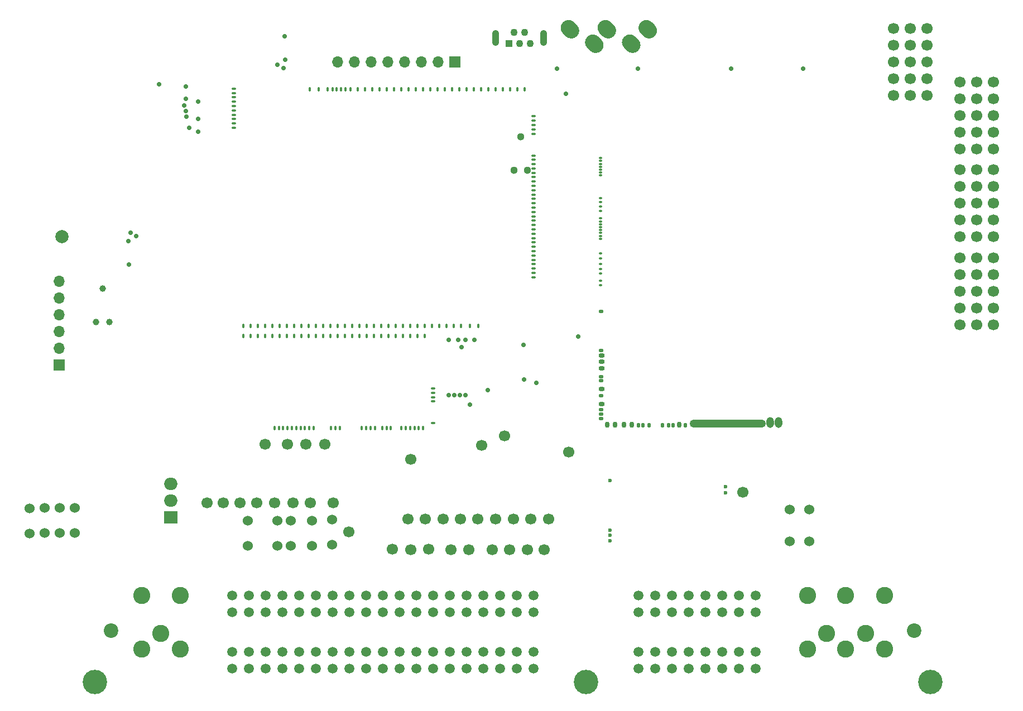
<source format=gbs>
G75*
G70*
%OFA0B0*%
%FSLAX25Y25*%
%IPPOS*%
%LPD*%
%AMOC8*
5,1,8,0,0,1.08239X$1,22.5*
%
%AMM70*
21,1,0.015350,0.009840,0.000000,0.000000,90.000000*
21,1,0.000000,0.025200,0.000000,0.000000,90.000000*
1,1,0.015350,0.004920,0.000000*
1,1,0.015350,0.004920,0.000000*
1,1,0.015350,-0.004920,0.000000*
1,1,0.015350,-0.004920,0.000000*
%
%AMM71*
21,1,0.015350,0.009840,0.000000,0.000000,0.000000*
21,1,0.000000,0.025200,0.000000,0.000000,0.000000*
1,1,0.015350,0.000000,-0.004920*
1,1,0.015350,0.000000,-0.004920*
1,1,0.015350,0.000000,0.004920*
1,1,0.015350,0.000000,0.004920*
%
%ADD126O,0.04331X0.09449*%
%ADD131M70*%
%ADD134O,0.03937X0.05906*%
%ADD135C,0.02362*%
%ADD147O,0.01575X0.02362*%
%ADD154O,0.03701X0.02913*%
%ADD156O,0.06693X0.06693*%
%ADD165C,0.14567*%
%ADD167M71*%
%ADD170O,0.02913X0.02126*%
%ADD174O,0.02362X0.03150*%
%ADD190O,0.04488X0.06457*%
%ADD203O,0.45433X0.04882*%
%ADD239O,0.03150X0.02362*%
%ADD240O,0.02362X0.01575*%
%ADD252C,0.06000*%
%ADD266C,0.04451*%
%ADD271R,0.04331X0.04331*%
%ADD275C,0.08661*%
%ADD276C,0.04331*%
%ADD303O,0.02126X0.01339*%
%ADD313O,0.02913X0.03701*%
%ADD315O,0.01575X0.00787*%
%ADD318C,0.03900*%
%ADD327R,0.07874X0.07500*%
%ADD328O,0.07874X0.07500*%
%ADD42C,0.06693*%
%ADD44C,0.07874*%
%ADD47C,0.05906*%
%ADD51R,0.06693X0.06693*%
%ADD53O,0.44882X0.04331*%
%ADD73C,0.10236*%
%ADD77O,0.02126X0.02913*%
%ADD92C,0.02913*%
X0000000Y0000000D02*
%LPD*%
G01*
D165*
X0572236Y0021622D03*
X0073417Y0021622D03*
X0366724Y0021622D03*
D275*
X0562591Y0052331D03*
X0083063Y0052331D03*
D73*
X0101370Y0041307D03*
X0124205Y0041307D03*
X0112787Y0050480D03*
X0101370Y0073315D03*
X0124205Y0073315D03*
D47*
X0335307Y0073315D03*
X0325307Y0073315D03*
X0315307Y0073315D03*
X0305307Y0073315D03*
X0295307Y0073315D03*
X0285307Y0073315D03*
X0275307Y0073315D03*
X0265307Y0073315D03*
X0255307Y0073315D03*
X0245307Y0073315D03*
X0235307Y0073315D03*
X0225307Y0073315D03*
X0215307Y0073315D03*
X0205307Y0073315D03*
X0195307Y0073315D03*
X0185307Y0073315D03*
X0175307Y0073315D03*
X0165307Y0073315D03*
X0155307Y0073315D03*
X0335307Y0063315D03*
X0325307Y0063315D03*
X0315307Y0063315D03*
X0305307Y0063315D03*
X0295307Y0063315D03*
X0285307Y0063315D03*
X0275307Y0063315D03*
X0265307Y0063315D03*
X0255307Y0063315D03*
X0245307Y0063315D03*
X0235307Y0063315D03*
X0225307Y0063315D03*
X0215307Y0063315D03*
X0205307Y0063315D03*
X0195307Y0063315D03*
X0185307Y0063315D03*
X0175307Y0063315D03*
X0165307Y0063315D03*
X0155307Y0063315D03*
X0335307Y0039496D03*
X0325307Y0039496D03*
X0315307Y0039496D03*
X0305307Y0039496D03*
X0295307Y0039496D03*
X0285307Y0039496D03*
X0275307Y0039496D03*
X0265307Y0039496D03*
X0255307Y0039496D03*
X0245307Y0039496D03*
X0235307Y0039496D03*
X0225307Y0039496D03*
X0215307Y0039496D03*
X0205307Y0039496D03*
X0195307Y0039496D03*
X0185307Y0039496D03*
X0175307Y0039496D03*
X0165307Y0039496D03*
X0155307Y0039496D03*
X0335307Y0029496D03*
X0325307Y0029496D03*
X0315307Y0029496D03*
X0305307Y0029496D03*
X0295307Y0029496D03*
X0285307Y0029496D03*
X0275307Y0029496D03*
X0265307Y0029496D03*
X0255307Y0029496D03*
X0245307Y0029496D03*
X0235307Y0029496D03*
X0225307Y0029496D03*
X0215307Y0029496D03*
X0205307Y0029496D03*
X0195307Y0029496D03*
X0185307Y0029496D03*
X0175307Y0029496D03*
X0165307Y0029496D03*
X0155307Y0029496D03*
X0398181Y0029496D03*
X0408181Y0029496D03*
X0418181Y0029496D03*
X0428181Y0029496D03*
X0438181Y0029496D03*
X0448181Y0029496D03*
X0458181Y0029496D03*
X0468181Y0029496D03*
X0398181Y0039496D03*
X0408181Y0039496D03*
X0418181Y0039496D03*
X0428181Y0039496D03*
X0438181Y0039496D03*
X0448181Y0039496D03*
X0458181Y0039496D03*
X0468181Y0039496D03*
X0398181Y0063315D03*
X0408181Y0063315D03*
X0418181Y0063315D03*
X0428181Y0063315D03*
X0438181Y0063315D03*
X0448181Y0063315D03*
X0458181Y0063315D03*
X0468181Y0063315D03*
X0398181Y0073315D03*
X0408181Y0073315D03*
X0418181Y0073315D03*
X0428181Y0073315D03*
X0438181Y0073315D03*
X0448181Y0073315D03*
X0458181Y0073315D03*
X0468181Y0073315D03*
D73*
X0499008Y0041307D03*
X0521843Y0041307D03*
X0545071Y0041307D03*
X0510425Y0050480D03*
X0533654Y0050480D03*
X0499008Y0073315D03*
X0521843Y0073315D03*
X0545071Y0073315D03*
G36*
G01*
X0335982Y0358942D02*
X0334998Y0358942D01*
G75*
G02*
X0334506Y0359435I0000000J0000492D01*
G01*
X0334506Y0359435D01*
G75*
G02*
X0334998Y0359927I0000492J0000000D01*
G01*
X0335982Y0359927D01*
G75*
G02*
X0336474Y0359435I0000000J-000492D01*
G01*
X0336474Y0359435D01*
G75*
G02*
X0335982Y0358942I-000492J0000000D01*
G01*
G37*
G36*
G01*
X0334998Y0357328D02*
X0335982Y0357328D01*
G75*
G02*
X0336474Y0356836I0000000J-000492D01*
G01*
X0336474Y0356836D01*
G75*
G02*
X0335982Y0356344I-000492J0000000D01*
G01*
X0334998Y0356344D01*
G75*
G02*
X0334506Y0356836I0000000J0000492D01*
G01*
X0334506Y0356836D01*
G75*
G02*
X0334998Y0357328I0000492J0000000D01*
G01*
G37*
G36*
G01*
X0334998Y0354730D02*
X0335982Y0354730D01*
G75*
G02*
X0336474Y0354238I0000000J-000492D01*
G01*
X0336474Y0354238D01*
G75*
G02*
X0335982Y0353746I-000492J0000000D01*
G01*
X0334998Y0353746D01*
G75*
G02*
X0334506Y0354238I0000000J0000492D01*
G01*
X0334506Y0354238D01*
G75*
G02*
X0334998Y0354730I0000492J0000000D01*
G01*
G37*
G36*
G01*
X0334998Y0352131D02*
X0335982Y0352131D01*
G75*
G02*
X0336474Y0351639I0000000J-000492D01*
G01*
X0336474Y0351639D01*
G75*
G02*
X0335982Y0351147I-000492J0000000D01*
G01*
X0334998Y0351147D01*
G75*
G02*
X0334506Y0351639I0000000J0000492D01*
G01*
X0334506Y0351639D01*
G75*
G02*
X0334998Y0352131I0000492J0000000D01*
G01*
G37*
G36*
G01*
X0334998Y0349533D02*
X0335982Y0349533D01*
G75*
G02*
X0336474Y0349041I0000000J-000492D01*
G01*
X0336474Y0349041D01*
G75*
G02*
X0335982Y0348549I-000492J0000000D01*
G01*
X0334998Y0348549D01*
G75*
G02*
X0334506Y0349041I0000000J0000492D01*
G01*
X0334506Y0349041D01*
G75*
G02*
X0334998Y0349533I0000492J0000000D01*
G01*
G37*
G36*
G01*
X0334998Y0336541D02*
X0335982Y0336541D01*
G75*
G02*
X0336474Y0336049I0000000J-000492D01*
G01*
X0336474Y0336049D01*
G75*
G02*
X0335982Y0335557I-000492J0000000D01*
G01*
X0334998Y0335557D01*
G75*
G02*
X0334506Y0336049I0000000J0000492D01*
G01*
X0334506Y0336049D01*
G75*
G02*
X0334998Y0336541I0000492J0000000D01*
G01*
G37*
G36*
G01*
X0334998Y0333942D02*
X0335982Y0333942D01*
G75*
G02*
X0336474Y0333450I0000000J-000492D01*
G01*
X0336474Y0333450D01*
G75*
G02*
X0335982Y0332958I-000492J0000000D01*
G01*
X0334998Y0332958D01*
G75*
G02*
X0334506Y0333450I0000000J0000492D01*
G01*
X0334506Y0333450D01*
G75*
G02*
X0334998Y0333942I0000492J0000000D01*
G01*
G37*
G36*
G01*
X0334998Y0331344D02*
X0335982Y0331344D01*
G75*
G02*
X0336474Y0330852I0000000J-000492D01*
G01*
X0336474Y0330852D01*
G75*
G02*
X0335982Y0330360I-000492J0000000D01*
G01*
X0334998Y0330360D01*
G75*
G02*
X0334506Y0330852I0000000J0000492D01*
G01*
X0334506Y0330852D01*
G75*
G02*
X0334998Y0331344I0000492J0000000D01*
G01*
G37*
G36*
G01*
X0334998Y0328746D02*
X0335982Y0328746D01*
G75*
G02*
X0336474Y0328253I0000000J-000492D01*
G01*
X0336474Y0328253D01*
G75*
G02*
X0335982Y0327761I-000492J0000000D01*
G01*
X0334998Y0327761D01*
G75*
G02*
X0334506Y0328253I0000000J0000492D01*
G01*
X0334506Y0328253D01*
G75*
G02*
X0334998Y0328746I0000492J0000000D01*
G01*
G37*
G36*
G01*
X0334998Y0326147D02*
X0335982Y0326147D01*
G75*
G02*
X0336474Y0325655I0000000J-000492D01*
G01*
X0336474Y0325655D01*
G75*
G02*
X0335982Y0325163I-000492J0000000D01*
G01*
X0334998Y0325163D01*
G75*
G02*
X0334506Y0325655I0000000J0000492D01*
G01*
X0334506Y0325655D01*
G75*
G02*
X0334998Y0326147I0000492J0000000D01*
G01*
G37*
G36*
G01*
X0334998Y0323549D02*
X0335982Y0323549D01*
G75*
G02*
X0336474Y0323057I0000000J-000492D01*
G01*
X0336474Y0323057D01*
G75*
G02*
X0335982Y0322564I-000492J0000000D01*
G01*
X0334998Y0322564D01*
G75*
G02*
X0334506Y0323057I0000000J0000492D01*
G01*
X0334506Y0323057D01*
G75*
G02*
X0334998Y0323549I0000492J0000000D01*
G01*
G37*
G36*
G01*
X0334998Y0320950D02*
X0335982Y0320950D01*
G75*
G02*
X0336474Y0320458I0000000J-000492D01*
G01*
X0336474Y0320458D01*
G75*
G02*
X0335982Y0319966I-000492J0000000D01*
G01*
X0334998Y0319966D01*
G75*
G02*
X0334506Y0320458I0000000J0000492D01*
G01*
X0334506Y0320458D01*
G75*
G02*
X0334998Y0320950I0000492J0000000D01*
G01*
G37*
G36*
G01*
X0334998Y0318352D02*
X0335982Y0318352D01*
G75*
G02*
X0336474Y0317860I0000000J-000492D01*
G01*
X0336474Y0317860D01*
G75*
G02*
X0335982Y0317368I-000492J0000000D01*
G01*
X0334998Y0317368D01*
G75*
G02*
X0334506Y0317860I0000000J0000492D01*
G01*
X0334506Y0317860D01*
G75*
G02*
X0334998Y0318352I0000492J0000000D01*
G01*
G37*
G36*
G01*
X0334998Y0315753D02*
X0335982Y0315753D01*
G75*
G02*
X0336474Y0315261I0000000J-000492D01*
G01*
X0336474Y0315261D01*
G75*
G02*
X0335982Y0314769I-000492J0000000D01*
G01*
X0334998Y0314769D01*
G75*
G02*
X0334506Y0315261I0000000J0000492D01*
G01*
X0334506Y0315261D01*
G75*
G02*
X0334998Y0315753I0000492J0000000D01*
G01*
G37*
G36*
G01*
X0334998Y0313155D02*
X0335982Y0313155D01*
G75*
G02*
X0336474Y0312663I0000000J-000492D01*
G01*
X0336474Y0312663D01*
G75*
G02*
X0335982Y0312171I-000492J0000000D01*
G01*
X0334998Y0312171D01*
G75*
G02*
X0334506Y0312663I0000000J0000492D01*
G01*
X0334506Y0312663D01*
G75*
G02*
X0334998Y0313155I0000492J0000000D01*
G01*
G37*
G36*
G01*
X0334998Y0310557D02*
X0335982Y0310557D01*
G75*
G02*
X0336474Y0310064I0000000J-000492D01*
G01*
X0336474Y0310064D01*
G75*
G02*
X0335982Y0309572I-000492J0000000D01*
G01*
X0334998Y0309572D01*
G75*
G02*
X0334506Y0310064I0000000J0000492D01*
G01*
X0334506Y0310064D01*
G75*
G02*
X0334998Y0310557I0000492J0000000D01*
G01*
G37*
G36*
G01*
X0334998Y0307958D02*
X0335982Y0307958D01*
G75*
G02*
X0336474Y0307466I0000000J-000492D01*
G01*
X0336474Y0307466D01*
G75*
G02*
X0335982Y0306974I-000492J0000000D01*
G01*
X0334998Y0306974D01*
G75*
G02*
X0334506Y0307466I0000000J0000492D01*
G01*
X0334506Y0307466D01*
G75*
G02*
X0334998Y0307958I0000492J0000000D01*
G01*
G37*
G36*
G01*
X0334998Y0305360D02*
X0335982Y0305360D01*
G75*
G02*
X0336474Y0304868I0000000J-000492D01*
G01*
X0336474Y0304868D01*
G75*
G02*
X0335982Y0304375I-000492J0000000D01*
G01*
X0334998Y0304375D01*
G75*
G02*
X0334506Y0304868I0000000J0000492D01*
G01*
X0334506Y0304868D01*
G75*
G02*
X0334998Y0305360I0000492J0000000D01*
G01*
G37*
G36*
G01*
X0334998Y0302761D02*
X0335982Y0302761D01*
G75*
G02*
X0336474Y0302269I0000000J-000492D01*
G01*
X0336474Y0302269D01*
G75*
G02*
X0335982Y0301777I-000492J0000000D01*
G01*
X0334998Y0301777D01*
G75*
G02*
X0334506Y0302269I0000000J0000492D01*
G01*
X0334506Y0302269D01*
G75*
G02*
X0334998Y0302761I0000492J0000000D01*
G01*
G37*
G36*
G01*
X0334998Y0300163D02*
X0335982Y0300163D01*
G75*
G02*
X0336474Y0299671I0000000J-000492D01*
G01*
X0336474Y0299671D01*
G75*
G02*
X0335982Y0299179I-000492J0000000D01*
G01*
X0334998Y0299179D01*
G75*
G02*
X0334506Y0299671I0000000J0000492D01*
G01*
X0334506Y0299671D01*
G75*
G02*
X0334998Y0300163I0000492J0000000D01*
G01*
G37*
G36*
G01*
X0334998Y0297564D02*
X0335982Y0297564D01*
G75*
G02*
X0336474Y0297072I0000000J-000492D01*
G01*
X0336474Y0297072D01*
G75*
G02*
X0335982Y0296580I-000492J0000000D01*
G01*
X0334998Y0296580D01*
G75*
G02*
X0334506Y0297072I0000000J0000492D01*
G01*
X0334506Y0297072D01*
G75*
G02*
X0334998Y0297564I0000492J0000000D01*
G01*
G37*
G36*
G01*
X0334998Y0294966D02*
X0335982Y0294966D01*
G75*
G02*
X0336474Y0294474I0000000J-000492D01*
G01*
X0336474Y0294474D01*
G75*
G02*
X0335982Y0293982I-000492J0000000D01*
G01*
X0334998Y0293982D01*
G75*
G02*
X0334506Y0294474I0000000J0000492D01*
G01*
X0334506Y0294474D01*
G75*
G02*
X0334998Y0294966I0000492J0000000D01*
G01*
G37*
G36*
G01*
X0334998Y0292368D02*
X0335982Y0292368D01*
G75*
G02*
X0336474Y0291875I0000000J-000492D01*
G01*
X0336474Y0291875D01*
G75*
G02*
X0335982Y0291383I-000492J0000000D01*
G01*
X0334998Y0291383D01*
G75*
G02*
X0334506Y0291875I0000000J0000492D01*
G01*
X0334506Y0291875D01*
G75*
G02*
X0334998Y0292368I0000492J0000000D01*
G01*
G37*
G36*
G01*
X0334998Y0289769D02*
X0335982Y0289769D01*
G75*
G02*
X0336474Y0289277I0000000J-000492D01*
G01*
X0336474Y0289277D01*
G75*
G02*
X0335982Y0288785I-000492J0000000D01*
G01*
X0334998Y0288785D01*
G75*
G02*
X0334506Y0289277I0000000J0000492D01*
G01*
X0334506Y0289277D01*
G75*
G02*
X0334998Y0289769I0000492J0000000D01*
G01*
G37*
G36*
G01*
X0334998Y0287171D02*
X0335982Y0287171D01*
G75*
G02*
X0336474Y0286679I0000000J-000492D01*
G01*
X0336474Y0286679D01*
G75*
G02*
X0335982Y0286187I-000492J0000000D01*
G01*
X0334998Y0286187D01*
G75*
G02*
X0334506Y0286679I0000000J0000492D01*
G01*
X0334506Y0286679D01*
G75*
G02*
X0334998Y0287171I0000492J0000000D01*
G01*
G37*
G36*
G01*
X0334998Y0284572D02*
X0335982Y0284572D01*
G75*
G02*
X0336474Y0284080I0000000J-000492D01*
G01*
X0336474Y0284080D01*
G75*
G02*
X0335982Y0283588I-000492J0000000D01*
G01*
X0334998Y0283588D01*
G75*
G02*
X0334506Y0284080I0000000J0000492D01*
G01*
X0334506Y0284080D01*
G75*
G02*
X0334998Y0284572I0000492J0000000D01*
G01*
G37*
G36*
G01*
X0334998Y0281974D02*
X0335982Y0281974D01*
G75*
G02*
X0336474Y0281482I0000000J-000492D01*
G01*
X0336474Y0281482D01*
G75*
G02*
X0335982Y0280990I-000492J0000000D01*
G01*
X0334998Y0280990D01*
G75*
G02*
X0334506Y0281482I0000000J0000492D01*
G01*
X0334506Y0281482D01*
G75*
G02*
X0334998Y0281974I0000492J0000000D01*
G01*
G37*
G36*
G01*
X0334998Y0279375D02*
X0335982Y0279375D01*
G75*
G02*
X0336474Y0278883I0000000J-000492D01*
G01*
X0336474Y0278883D01*
G75*
G02*
X0335982Y0278391I-000492J0000000D01*
G01*
X0334998Y0278391D01*
G75*
G02*
X0334506Y0278883I0000000J0000492D01*
G01*
X0334506Y0278883D01*
G75*
G02*
X0334998Y0279375I0000492J0000000D01*
G01*
G37*
G36*
G01*
X0334998Y0276777D02*
X0335982Y0276777D01*
G75*
G02*
X0336474Y0276285I0000000J-000492D01*
G01*
X0336474Y0276285D01*
G75*
G02*
X0335982Y0275793I-000492J0000000D01*
G01*
X0334998Y0275793D01*
G75*
G02*
X0334506Y0276285I0000000J0000492D01*
G01*
X0334506Y0276285D01*
G75*
G02*
X0334998Y0276777I0000492J0000000D01*
G01*
G37*
G36*
G01*
X0334998Y0274179D02*
X0335982Y0274179D01*
G75*
G02*
X0336474Y0273687I0000000J-000492D01*
G01*
X0336474Y0273687D01*
G75*
G02*
X0335982Y0273194I-000492J0000000D01*
G01*
X0334998Y0273194D01*
G75*
G02*
X0334506Y0273687I0000000J0000492D01*
G01*
X0334506Y0273687D01*
G75*
G02*
X0334998Y0274179I0000492J0000000D01*
G01*
G37*
G36*
G01*
X0334998Y0271580D02*
X0335982Y0271580D01*
G75*
G02*
X0336474Y0271088I0000000J-000492D01*
G01*
X0336474Y0271088D01*
G75*
G02*
X0335982Y0270596I-000492J0000000D01*
G01*
X0334998Y0270596D01*
G75*
G02*
X0334506Y0271088I0000000J0000492D01*
G01*
X0334506Y0271088D01*
G75*
G02*
X0334998Y0271580I0000492J0000000D01*
G01*
G37*
G36*
G01*
X0334998Y0268982D02*
X0335982Y0268982D01*
G75*
G02*
X0336474Y0268490I0000000J-000492D01*
G01*
X0336474Y0268490D01*
G75*
G02*
X0335982Y0267998I-000492J0000000D01*
G01*
X0334998Y0267998D01*
G75*
G02*
X0334506Y0268490I0000000J0000492D01*
G01*
X0334506Y0268490D01*
G75*
G02*
X0334998Y0268982I0000492J0000000D01*
G01*
G37*
G36*
G01*
X0334998Y0266383D02*
X0335982Y0266383D01*
G75*
G02*
X0336474Y0265891I0000000J-000492D01*
G01*
X0336474Y0265891D01*
G75*
G02*
X0335982Y0265399I-000492J0000000D01*
G01*
X0334998Y0265399D01*
G75*
G02*
X0334506Y0265891I0000000J0000492D01*
G01*
X0334506Y0265891D01*
G75*
G02*
X0334998Y0266383I0000492J0000000D01*
G01*
G37*
G36*
G01*
X0334998Y0263785D02*
X0335982Y0263785D01*
G75*
G02*
X0336474Y0263293I0000000J-000492D01*
G01*
X0336474Y0263293D01*
G75*
G02*
X0335982Y0262801I-000492J0000000D01*
G01*
X0334998Y0262801D01*
G75*
G02*
X0334506Y0263293I0000000J0000492D01*
G01*
X0334506Y0263293D01*
G75*
G02*
X0334998Y0263785I0000492J0000000D01*
G01*
G37*
G36*
G01*
X0202333Y0376175D02*
X0202333Y0375190D01*
G75*
G02*
X0201841Y0374698I-000492J0000000D01*
G01*
X0201841Y0374698D01*
G75*
G02*
X0201348Y0375190I0000000J0000492D01*
G01*
X0201348Y0376175D01*
G75*
G02*
X0201841Y0376667I0000492J0000000D01*
G01*
X0201841Y0376667D01*
G75*
G02*
X0202333Y0376175I0000000J-000492D01*
G01*
G37*
G36*
G01*
X0206545Y0375190D02*
X0206545Y0376175D01*
G75*
G02*
X0207037Y0376667I0000492J0000000D01*
G01*
X0207037Y0376667D01*
G75*
G02*
X0207530Y0376175I0000000J-000492D01*
G01*
X0207530Y0375190D01*
G75*
G02*
X0207037Y0374698I-000492J0000000D01*
G01*
X0207037Y0374698D01*
G75*
G02*
X0206545Y0375190I0000000J0000492D01*
G01*
G37*
G36*
G01*
X0211742Y0375190D02*
X0211742Y0376175D01*
G75*
G02*
X0212234Y0376667I0000492J0000000D01*
G01*
X0212234Y0376667D01*
G75*
G02*
X0212726Y0376175I0000000J-000492D01*
G01*
X0212726Y0375190D01*
G75*
G02*
X0212234Y0374698I-000492J0000000D01*
G01*
X0212234Y0374698D01*
G75*
G02*
X0211742Y0375190I0000000J0000492D01*
G01*
G37*
G36*
G01*
X0214734Y0375190D02*
X0214734Y0376175D01*
G75*
G02*
X0215226Y0376667I0000492J0000000D01*
G01*
X0215226Y0376667D01*
G75*
G02*
X0215719Y0376175I0000000J-000492D01*
G01*
X0215719Y0375190D01*
G75*
G02*
X0215226Y0374698I-000492J0000000D01*
G01*
X0215226Y0374698D01*
G75*
G02*
X0214734Y0375190I0000000J0000492D01*
G01*
G37*
G36*
G01*
X0217352Y0375190D02*
X0217352Y0376175D01*
G75*
G02*
X0217845Y0376667I0000492J0000000D01*
G01*
X0217845Y0376667D01*
G75*
G02*
X0218337Y0376175I0000000J-000492D01*
G01*
X0218337Y0375190D01*
G75*
G02*
X0217845Y0374698I-000492J0000000D01*
G01*
X0217845Y0374698D01*
G75*
G02*
X0217352Y0375190I0000000J0000492D01*
G01*
G37*
G36*
G01*
X0219971Y0375190D02*
X0219971Y0376175D01*
G75*
G02*
X0220463Y0376667I0000492J0000000D01*
G01*
X0220463Y0376667D01*
G75*
G02*
X0220955Y0376175I0000000J-000492D01*
G01*
X0220955Y0375190D01*
G75*
G02*
X0220463Y0374698I-000492J0000000D01*
G01*
X0220463Y0374698D01*
G75*
G02*
X0219971Y0375190I0000000J0000492D01*
G01*
G37*
G36*
G01*
X0222589Y0375190D02*
X0222589Y0376175D01*
G75*
G02*
X0223081Y0376667I0000492J0000000D01*
G01*
X0223081Y0376667D01*
G75*
G02*
X0223573Y0376175I0000000J-000492D01*
G01*
X0223573Y0375190D01*
G75*
G02*
X0223081Y0374698I-000492J0000000D01*
G01*
X0223081Y0374698D01*
G75*
G02*
X0222589Y0375190I0000000J0000492D01*
G01*
G37*
G36*
G01*
X0225640Y0375190D02*
X0225640Y0376175D01*
G75*
G02*
X0226132Y0376667I0000492J0000000D01*
G01*
X0226132Y0376667D01*
G75*
G02*
X0226624Y0376175I0000000J-000492D01*
G01*
X0226624Y0375190D01*
G75*
G02*
X0226132Y0374698I-000492J0000000D01*
G01*
X0226132Y0374698D01*
G75*
G02*
X0225640Y0375190I0000000J0000492D01*
G01*
G37*
G36*
G01*
X0229970Y0375190D02*
X0229970Y0376175D01*
G75*
G02*
X0230463Y0376667I0000492J0000000D01*
G01*
X0230463Y0376667D01*
G75*
G02*
X0230955Y0376175I0000000J-000492D01*
G01*
X0230955Y0375190D01*
G75*
G02*
X0230463Y0374698I-000492J0000000D01*
G01*
X0230463Y0374698D01*
G75*
G02*
X0229970Y0375190I0000000J0000492D01*
G01*
G37*
G36*
G01*
X0234301Y0375190D02*
X0234301Y0376175D01*
G75*
G02*
X0234793Y0376667I0000492J0000000D01*
G01*
X0234793Y0376667D01*
G75*
G02*
X0235285Y0376175I0000000J-000492D01*
G01*
X0235285Y0375190D01*
G75*
G02*
X0234793Y0374698I-000492J0000000D01*
G01*
X0234793Y0374698D01*
G75*
G02*
X0234301Y0375190I0000000J0000492D01*
G01*
G37*
G36*
G01*
X0238632Y0375190D02*
X0238632Y0376175D01*
G75*
G02*
X0239124Y0376667I0000492J0000000D01*
G01*
X0239124Y0376667D01*
G75*
G02*
X0239616Y0376175I0000000J-000492D01*
G01*
X0239616Y0375190D01*
G75*
G02*
X0239124Y0374698I-000492J0000000D01*
G01*
X0239124Y0374698D01*
G75*
G02*
X0238632Y0375190I0000000J0000492D01*
G01*
G37*
G36*
G01*
X0242963Y0375190D02*
X0242963Y0376175D01*
G75*
G02*
X0243455Y0376667I0000492J0000000D01*
G01*
X0243455Y0376667D01*
G75*
G02*
X0243947Y0376175I0000000J-000492D01*
G01*
X0243947Y0375190D01*
G75*
G02*
X0243455Y0374698I-000492J0000000D01*
G01*
X0243455Y0374698D01*
G75*
G02*
X0242963Y0375190I0000000J0000492D01*
G01*
G37*
G36*
G01*
X0247293Y0375190D02*
X0247293Y0376175D01*
G75*
G02*
X0247785Y0376667I0000492J0000000D01*
G01*
X0247785Y0376667D01*
G75*
G02*
X0248278Y0376175I0000000J-000492D01*
G01*
X0248278Y0375190D01*
G75*
G02*
X0247785Y0374698I-000492J0000000D01*
G01*
X0247785Y0374698D01*
G75*
G02*
X0247293Y0375190I0000000J0000492D01*
G01*
G37*
G36*
G01*
X0251624Y0375190D02*
X0251624Y0376175D01*
G75*
G02*
X0252116Y0376667I0000492J0000000D01*
G01*
X0252116Y0376667D01*
G75*
G02*
X0252608Y0376175I0000000J-000492D01*
G01*
X0252608Y0375190D01*
G75*
G02*
X0252116Y0374698I-000492J0000000D01*
G01*
X0252116Y0374698D01*
G75*
G02*
X0251624Y0375190I0000000J0000492D01*
G01*
G37*
G36*
G01*
X0255955Y0375190D02*
X0255955Y0376175D01*
G75*
G02*
X0256447Y0376667I0000492J0000000D01*
G01*
X0256447Y0376667D01*
G75*
G02*
X0256939Y0376175I0000000J-000492D01*
G01*
X0256939Y0375190D01*
G75*
G02*
X0256447Y0374698I-000492J0000000D01*
G01*
X0256447Y0374698D01*
G75*
G02*
X0255955Y0375190I0000000J0000492D01*
G01*
G37*
G36*
G01*
X0260285Y0375190D02*
X0260285Y0376175D01*
G75*
G02*
X0260777Y0376667I0000492J0000000D01*
G01*
X0260777Y0376667D01*
G75*
G02*
X0261270Y0376175I0000000J-000492D01*
G01*
X0261270Y0375190D01*
G75*
G02*
X0260777Y0374698I-000492J0000000D01*
G01*
X0260777Y0374698D01*
G75*
G02*
X0260285Y0375190I0000000J0000492D01*
G01*
G37*
G36*
G01*
X0264616Y0375190D02*
X0264616Y0376175D01*
G75*
G02*
X0265108Y0376667I0000492J0000000D01*
G01*
X0265108Y0376667D01*
G75*
G02*
X0265600Y0376175I0000000J-000492D01*
G01*
X0265600Y0375190D01*
G75*
G02*
X0265108Y0374698I-000492J0000000D01*
G01*
X0265108Y0374698D01*
G75*
G02*
X0264616Y0375190I0000000J0000492D01*
G01*
G37*
G36*
G01*
X0268947Y0375190D02*
X0268947Y0376175D01*
G75*
G02*
X0269439Y0376667I0000492J0000000D01*
G01*
X0269439Y0376667D01*
G75*
G02*
X0269931Y0376175I0000000J-000492D01*
G01*
X0269931Y0375190D01*
G75*
G02*
X0269439Y0374698I-000492J0000000D01*
G01*
X0269439Y0374698D01*
G75*
G02*
X0268947Y0375190I0000000J0000492D01*
G01*
G37*
G36*
G01*
X0273277Y0375190D02*
X0273277Y0376175D01*
G75*
G02*
X0273770Y0376667I0000492J0000000D01*
G01*
X0273770Y0376667D01*
G75*
G02*
X0274262Y0376175I0000000J-000492D01*
G01*
X0274262Y0375190D01*
G75*
G02*
X0273770Y0374698I-000492J0000000D01*
G01*
X0273770Y0374698D01*
G75*
G02*
X0273277Y0375190I0000000J0000492D01*
G01*
G37*
G36*
G01*
X0277608Y0375190D02*
X0277608Y0376175D01*
G75*
G02*
X0278100Y0376667I0000492J0000000D01*
G01*
X0278100Y0376667D01*
G75*
G02*
X0278592Y0376175I0000000J-000492D01*
G01*
X0278592Y0375190D01*
G75*
G02*
X0278100Y0374698I-000492J0000000D01*
G01*
X0278100Y0374698D01*
G75*
G02*
X0277608Y0375190I0000000J0000492D01*
G01*
G37*
G36*
G01*
X0281939Y0375190D02*
X0281939Y0376175D01*
G75*
G02*
X0282431Y0376667I0000492J0000000D01*
G01*
X0282431Y0376667D01*
G75*
G02*
X0282923Y0376175I0000000J-000492D01*
G01*
X0282923Y0375190D01*
G75*
G02*
X0282431Y0374698I-000492J0000000D01*
G01*
X0282431Y0374698D01*
G75*
G02*
X0281939Y0375190I0000000J0000492D01*
G01*
G37*
G36*
G01*
X0286270Y0375190D02*
X0286270Y0376175D01*
G75*
G02*
X0286762Y0376667I0000492J0000000D01*
G01*
X0286762Y0376667D01*
G75*
G02*
X0287254Y0376175I0000000J-000492D01*
G01*
X0287254Y0375190D01*
G75*
G02*
X0286762Y0374698I-000492J0000000D01*
G01*
X0286762Y0374698D01*
G75*
G02*
X0286270Y0375190I0000000J0000492D01*
G01*
G37*
G36*
G01*
X0290600Y0375190D02*
X0290600Y0376175D01*
G75*
G02*
X0291092Y0376667I0000492J0000000D01*
G01*
X0291092Y0376667D01*
G75*
G02*
X0291585Y0376175I0000000J-000492D01*
G01*
X0291585Y0375190D01*
G75*
G02*
X0291092Y0374698I-000492J0000000D01*
G01*
X0291092Y0374698D01*
G75*
G02*
X0290600Y0375190I0000000J0000492D01*
G01*
G37*
G36*
G01*
X0294931Y0375190D02*
X0294931Y0376175D01*
G75*
G02*
X0295423Y0376667I0000492J0000000D01*
G01*
X0295423Y0376667D01*
G75*
G02*
X0295915Y0376175I0000000J-000492D01*
G01*
X0295915Y0375190D01*
G75*
G02*
X0295423Y0374698I-000492J0000000D01*
G01*
X0295423Y0374698D01*
G75*
G02*
X0294931Y0375190I0000000J0000492D01*
G01*
G37*
G36*
G01*
X0299262Y0375190D02*
X0299262Y0376175D01*
G75*
G02*
X0299754Y0376667I0000492J0000000D01*
G01*
X0299754Y0376667D01*
G75*
G02*
X0300246Y0376175I0000000J-000492D01*
G01*
X0300246Y0375190D01*
G75*
G02*
X0299754Y0374698I-000492J0000000D01*
G01*
X0299754Y0374698D01*
G75*
G02*
X0299262Y0375190I0000000J0000492D01*
G01*
G37*
G36*
G01*
X0303592Y0375190D02*
X0303592Y0376175D01*
G75*
G02*
X0304084Y0376667I0000492J0000000D01*
G01*
X0304084Y0376667D01*
G75*
G02*
X0304577Y0376175I0000000J-000492D01*
G01*
X0304577Y0375190D01*
G75*
G02*
X0304084Y0374698I-000492J0000000D01*
G01*
X0304084Y0374698D01*
G75*
G02*
X0303592Y0375190I0000000J0000492D01*
G01*
G37*
G36*
G01*
X0307923Y0375190D02*
X0307923Y0376175D01*
G75*
G02*
X0308415Y0376667I0000492J0000000D01*
G01*
X0308415Y0376667D01*
G75*
G02*
X0308907Y0376175I0000000J-000492D01*
G01*
X0308907Y0375190D01*
G75*
G02*
X0308415Y0374698I-000492J0000000D01*
G01*
X0308415Y0374698D01*
G75*
G02*
X0307923Y0375190I0000000J0000492D01*
G01*
G37*
G36*
G01*
X0312254Y0375190D02*
X0312254Y0376175D01*
G75*
G02*
X0312746Y0376667I0000492J0000000D01*
G01*
X0312746Y0376667D01*
G75*
G02*
X0313238Y0376175I0000000J-000492D01*
G01*
X0313238Y0375190D01*
G75*
G02*
X0312746Y0374698I-000492J0000000D01*
G01*
X0312746Y0374698D01*
G75*
G02*
X0312254Y0375190I0000000J0000492D01*
G01*
G37*
G36*
G01*
X0316584Y0375190D02*
X0316584Y0376175D01*
G75*
G02*
X0317077Y0376667I0000492J0000000D01*
G01*
X0317077Y0376667D01*
G75*
G02*
X0317569Y0376175I0000000J-000492D01*
G01*
X0317569Y0375190D01*
G75*
G02*
X0317077Y0374698I-000492J0000000D01*
G01*
X0317077Y0374698D01*
G75*
G02*
X0316584Y0375190I0000000J0000492D01*
G01*
G37*
G36*
G01*
X0320915Y0375190D02*
X0320915Y0376175D01*
G75*
G02*
X0321407Y0376667I0000492J0000000D01*
G01*
X0321407Y0376667D01*
G75*
G02*
X0321899Y0376175I0000000J-000492D01*
G01*
X0321899Y0375190D01*
G75*
G02*
X0321407Y0374698I-000492J0000000D01*
G01*
X0321407Y0374698D01*
G75*
G02*
X0320915Y0375190I0000000J0000492D01*
G01*
G37*
G36*
G01*
X0325246Y0375190D02*
X0325246Y0376175D01*
G75*
G02*
X0325738Y0376667I0000492J0000000D01*
G01*
X0325738Y0376667D01*
G75*
G02*
X0326230Y0376175I0000000J-000492D01*
G01*
X0326230Y0375190D01*
G75*
G02*
X0325738Y0374698I-000492J0000000D01*
G01*
X0325738Y0374698D01*
G75*
G02*
X0325246Y0375190I0000000J0000492D01*
G01*
G37*
G36*
G01*
X0329577Y0375190D02*
X0329577Y0376175D01*
G75*
G02*
X0330069Y0376667I0000492J0000000D01*
G01*
X0330069Y0376667D01*
G75*
G02*
X0330561Y0376175I0000000J-000492D01*
G01*
X0330561Y0375190D01*
G75*
G02*
X0330069Y0374698I-000492J0000000D01*
G01*
X0330069Y0374698D01*
G75*
G02*
X0329577Y0375190I0000000J0000492D01*
G01*
G37*
G36*
G01*
X0302018Y0233738D02*
X0302018Y0234722D01*
G75*
G02*
X0302510Y0235214I0000492J0000000D01*
G01*
X0302510Y0235214D01*
G75*
G02*
X0303002Y0234722I0000000J-000492D01*
G01*
X0303002Y0233738D01*
G75*
G02*
X0302510Y0233246I-000492J0000000D01*
G01*
X0302510Y0233246D01*
G75*
G02*
X0302018Y0233738I0000000J0000492D01*
G01*
G37*
G36*
G01*
X0297805Y0234722D02*
X0297805Y0233738D01*
G75*
G02*
X0297313Y0233246I-000492J0000000D01*
G01*
X0297313Y0233246D01*
G75*
G02*
X0296821Y0233738I0000000J0000492D01*
G01*
X0296821Y0234722D01*
G75*
G02*
X0297313Y0235214I0000492J0000000D01*
G01*
X0297313Y0235214D01*
G75*
G02*
X0297805Y0234722I0000000J-000492D01*
G01*
G37*
G36*
G01*
X0292608Y0234722D02*
X0292608Y0233738D01*
G75*
G02*
X0292116Y0233246I-000492J0000000D01*
G01*
X0292116Y0233246D01*
G75*
G02*
X0291624Y0233738I0000000J0000492D01*
G01*
X0291624Y0234722D01*
G75*
G02*
X0292116Y0235214I0000492J0000000D01*
G01*
X0292116Y0235214D01*
G75*
G02*
X0292608Y0234722I0000000J-000492D01*
G01*
G37*
G36*
G01*
X0288278Y0234722D02*
X0288278Y0233738D01*
G75*
G02*
X0287785Y0233246I-000492J0000000D01*
G01*
X0287785Y0233246D01*
G75*
G02*
X0287293Y0233738I0000000J0000492D01*
G01*
X0287293Y0234722D01*
G75*
G02*
X0287785Y0235214I0000492J0000000D01*
G01*
X0287785Y0235214D01*
G75*
G02*
X0288278Y0234722I0000000J-000492D01*
G01*
G37*
G36*
G01*
X0283947Y0234722D02*
X0283947Y0233738D01*
G75*
G02*
X0283455Y0233246I-000492J0000000D01*
G01*
X0283455Y0233246D01*
G75*
G02*
X0282963Y0233738I0000000J0000492D01*
G01*
X0282963Y0234722D01*
G75*
G02*
X0283455Y0235214I0000492J0000000D01*
G01*
X0283455Y0235214D01*
G75*
G02*
X0283947Y0234722I0000000J-000492D01*
G01*
G37*
G36*
G01*
X0279616Y0234722D02*
X0279616Y0233738D01*
G75*
G02*
X0279124Y0233246I-000492J0000000D01*
G01*
X0279124Y0233246D01*
G75*
G02*
X0278632Y0233738I0000000J0000492D01*
G01*
X0278632Y0234722D01*
G75*
G02*
X0279124Y0235214I0000492J0000000D01*
G01*
X0279124Y0235214D01*
G75*
G02*
X0279616Y0234722I0000000J-000492D01*
G01*
G37*
G36*
G01*
X0275285Y0234722D02*
X0275285Y0233738D01*
G75*
G02*
X0274793Y0233246I-000492J0000000D01*
G01*
X0274793Y0233246D01*
G75*
G02*
X0274301Y0233738I0000000J0000492D01*
G01*
X0274301Y0234722D01*
G75*
G02*
X0274793Y0235214I0000492J0000000D01*
G01*
X0274793Y0235214D01*
G75*
G02*
X0275285Y0234722I0000000J-000492D01*
G01*
G37*
G36*
G01*
X0270955Y0234722D02*
X0270955Y0233738D01*
G75*
G02*
X0270463Y0233246I-000492J0000000D01*
G01*
X0270463Y0233246D01*
G75*
G02*
X0269971Y0233738I0000000J0000492D01*
G01*
X0269971Y0234722D01*
G75*
G02*
X0270463Y0235214I0000492J0000000D01*
G01*
X0270463Y0235214D01*
G75*
G02*
X0270955Y0234722I0000000J-000492D01*
G01*
G37*
G36*
G01*
X0266624Y0234722D02*
X0266624Y0233738D01*
G75*
G02*
X0266132Y0233246I-000492J0000000D01*
G01*
X0266132Y0233246D01*
G75*
G02*
X0265640Y0233738I0000000J0000492D01*
G01*
X0265640Y0234722D01*
G75*
G02*
X0266132Y0235214I0000492J0000000D01*
G01*
X0266132Y0235214D01*
G75*
G02*
X0266624Y0234722I0000000J-000492D01*
G01*
G37*
G36*
G01*
X0262293Y0234722D02*
X0262293Y0233738D01*
G75*
G02*
X0261801Y0233246I-000492J0000000D01*
G01*
X0261801Y0233246D01*
G75*
G02*
X0261309Y0233738I0000000J0000492D01*
G01*
X0261309Y0234722D01*
G75*
G02*
X0261801Y0235214I0000492J0000000D01*
G01*
X0261801Y0235214D01*
G75*
G02*
X0262293Y0234722I0000000J-000492D01*
G01*
G37*
G36*
G01*
X0257963Y0234722D02*
X0257963Y0233738D01*
G75*
G02*
X0257471Y0233246I-000492J0000000D01*
G01*
X0257471Y0233246D01*
G75*
G02*
X0256978Y0233738I0000000J0000492D01*
G01*
X0256978Y0234722D01*
G75*
G02*
X0257471Y0235214I0000492J0000000D01*
G01*
X0257471Y0235214D01*
G75*
G02*
X0257963Y0234722I0000000J-000492D01*
G01*
G37*
G36*
G01*
X0253632Y0234722D02*
X0253632Y0233738D01*
G75*
G02*
X0253140Y0233246I-000492J0000000D01*
G01*
X0253140Y0233246D01*
G75*
G02*
X0252648Y0233738I0000000J0000492D01*
G01*
X0252648Y0234722D01*
G75*
G02*
X0253140Y0235214I0000492J0000000D01*
G01*
X0253140Y0235214D01*
G75*
G02*
X0253632Y0234722I0000000J-000492D01*
G01*
G37*
G36*
G01*
X0249301Y0234722D02*
X0249301Y0233738D01*
G75*
G02*
X0248809Y0233246I-000492J0000000D01*
G01*
X0248809Y0233246D01*
G75*
G02*
X0248317Y0233738I0000000J0000492D01*
G01*
X0248317Y0234722D01*
G75*
G02*
X0248809Y0235214I0000492J0000000D01*
G01*
X0248809Y0235214D01*
G75*
G02*
X0249301Y0234722I0000000J-000492D01*
G01*
G37*
G36*
G01*
X0244971Y0234722D02*
X0244971Y0233738D01*
G75*
G02*
X0244478Y0233246I-000492J0000000D01*
G01*
X0244478Y0233246D01*
G75*
G02*
X0243986Y0233738I0000000J0000492D01*
G01*
X0243986Y0234722D01*
G75*
G02*
X0244478Y0235214I0000492J0000000D01*
G01*
X0244478Y0235214D01*
G75*
G02*
X0244971Y0234722I0000000J-000492D01*
G01*
G37*
G36*
G01*
X0240640Y0234722D02*
X0240640Y0233738D01*
G75*
G02*
X0240148Y0233246I-000492J0000000D01*
G01*
X0240148Y0233246D01*
G75*
G02*
X0239656Y0233738I0000000J0000492D01*
G01*
X0239656Y0234722D01*
G75*
G02*
X0240148Y0235214I0000492J0000000D01*
G01*
X0240148Y0235214D01*
G75*
G02*
X0240640Y0234722I0000000J-000492D01*
G01*
G37*
G36*
G01*
X0236309Y0234722D02*
X0236309Y0233738D01*
G75*
G02*
X0235817Y0233246I-000492J0000000D01*
G01*
X0235817Y0233246D01*
G75*
G02*
X0235325Y0233738I0000000J0000492D01*
G01*
X0235325Y0234722D01*
G75*
G02*
X0235817Y0235214I0000492J0000000D01*
G01*
X0235817Y0235214D01*
G75*
G02*
X0236309Y0234722I0000000J-000492D01*
G01*
G37*
G36*
G01*
X0231978Y0234722D02*
X0231978Y0233738D01*
G75*
G02*
X0231486Y0233246I-000492J0000000D01*
G01*
X0231486Y0233246D01*
G75*
G02*
X0230994Y0233738I0000000J0000492D01*
G01*
X0230994Y0234722D01*
G75*
G02*
X0231486Y0235214I0000492J0000000D01*
G01*
X0231486Y0235214D01*
G75*
G02*
X0231978Y0234722I0000000J-000492D01*
G01*
G37*
G36*
G01*
X0227648Y0234722D02*
X0227648Y0233738D01*
G75*
G02*
X0227156Y0233246I-000492J0000000D01*
G01*
X0227156Y0233246D01*
G75*
G02*
X0226664Y0233738I0000000J0000492D01*
G01*
X0226664Y0234722D01*
G75*
G02*
X0227156Y0235214I0000492J0000000D01*
G01*
X0227156Y0235214D01*
G75*
G02*
X0227648Y0234722I0000000J-000492D01*
G01*
G37*
G36*
G01*
X0223317Y0234722D02*
X0223317Y0233738D01*
G75*
G02*
X0222825Y0233246I-000492J0000000D01*
G01*
X0222825Y0233246D01*
G75*
G02*
X0222333Y0233738I0000000J0000492D01*
G01*
X0222333Y0234722D01*
G75*
G02*
X0222825Y0235214I0000492J0000000D01*
G01*
X0222825Y0235214D01*
G75*
G02*
X0223317Y0234722I0000000J-000492D01*
G01*
G37*
G36*
G01*
X0218986Y0234722D02*
X0218986Y0233738D01*
G75*
G02*
X0218494Y0233246I-000492J0000000D01*
G01*
X0218494Y0233246D01*
G75*
G02*
X0218002Y0233738I0000000J0000492D01*
G01*
X0218002Y0234722D01*
G75*
G02*
X0218494Y0235214I0000492J0000000D01*
G01*
X0218494Y0235214D01*
G75*
G02*
X0218986Y0234722I0000000J-000492D01*
G01*
G37*
G36*
G01*
X0214656Y0234722D02*
X0214656Y0233738D01*
G75*
G02*
X0214164Y0233246I-000492J0000000D01*
G01*
X0214164Y0233246D01*
G75*
G02*
X0213671Y0233738I0000000J0000492D01*
G01*
X0213671Y0234722D01*
G75*
G02*
X0214164Y0235214I0000492J0000000D01*
G01*
X0214164Y0235214D01*
G75*
G02*
X0214656Y0234722I0000000J-000492D01*
G01*
G37*
G36*
G01*
X0210325Y0234722D02*
X0210325Y0233738D01*
G75*
G02*
X0209833Y0233246I-000492J0000000D01*
G01*
X0209833Y0233246D01*
G75*
G02*
X0209341Y0233738I0000000J0000492D01*
G01*
X0209341Y0234722D01*
G75*
G02*
X0209833Y0235214I0000492J0000000D01*
G01*
X0209833Y0235214D01*
G75*
G02*
X0210325Y0234722I0000000J-000492D01*
G01*
G37*
G36*
G01*
X0205994Y0234722D02*
X0205994Y0233738D01*
G75*
G02*
X0205502Y0233246I-000492J0000000D01*
G01*
X0205502Y0233246D01*
G75*
G02*
X0205010Y0233738I0000000J0000492D01*
G01*
X0205010Y0234722D01*
G75*
G02*
X0205502Y0235214I0000492J0000000D01*
G01*
X0205502Y0235214D01*
G75*
G02*
X0205994Y0234722I0000000J-000492D01*
G01*
G37*
G36*
G01*
X0201664Y0234722D02*
X0201664Y0233738D01*
G75*
G02*
X0201171Y0233246I-000492J0000000D01*
G01*
X0201171Y0233246D01*
G75*
G02*
X0200679Y0233738I0000000J0000492D01*
G01*
X0200679Y0234722D01*
G75*
G02*
X0201171Y0235214I0000492J0000000D01*
G01*
X0201171Y0235214D01*
G75*
G02*
X0201664Y0234722I0000000J-000492D01*
G01*
G37*
G36*
G01*
X0197333Y0234722D02*
X0197333Y0233738D01*
G75*
G02*
X0196841Y0233246I-000492J0000000D01*
G01*
X0196841Y0233246D01*
G75*
G02*
X0196349Y0233738I0000000J0000492D01*
G01*
X0196349Y0234722D01*
G75*
G02*
X0196841Y0235214I0000492J0000000D01*
G01*
X0196841Y0235214D01*
G75*
G02*
X0197333Y0234722I0000000J-000492D01*
G01*
G37*
G36*
G01*
X0193002Y0234722D02*
X0193002Y0233738D01*
G75*
G02*
X0192510Y0233246I-000492J0000000D01*
G01*
X0192510Y0233246D01*
G75*
G02*
X0192018Y0233738I0000000J0000492D01*
G01*
X0192018Y0234722D01*
G75*
G02*
X0192510Y0235214I0000492J0000000D01*
G01*
X0192510Y0235214D01*
G75*
G02*
X0193002Y0234722I0000000J-000492D01*
G01*
G37*
G36*
G01*
X0188671Y0234722D02*
X0188671Y0233738D01*
G75*
G02*
X0188179Y0233246I-000492J0000000D01*
G01*
X0188179Y0233246D01*
G75*
G02*
X0187687Y0233738I0000000J0000492D01*
G01*
X0187687Y0234722D01*
G75*
G02*
X0188179Y0235214I0000492J0000000D01*
G01*
X0188179Y0235214D01*
G75*
G02*
X0188671Y0234722I0000000J-000492D01*
G01*
G37*
G36*
G01*
X0184341Y0234722D02*
X0184341Y0233738D01*
G75*
G02*
X0183849Y0233246I-000492J0000000D01*
G01*
X0183849Y0233246D01*
G75*
G02*
X0183357Y0233738I0000000J0000492D01*
G01*
X0183357Y0234722D01*
G75*
G02*
X0183849Y0235214I0000492J0000000D01*
G01*
X0183849Y0235214D01*
G75*
G02*
X0184341Y0234722I0000000J-000492D01*
G01*
G37*
G36*
G01*
X0180010Y0234722D02*
X0180010Y0233738D01*
G75*
G02*
X0179518Y0233246I-000492J0000000D01*
G01*
X0179518Y0233246D01*
G75*
G02*
X0179026Y0233738I0000000J0000492D01*
G01*
X0179026Y0234722D01*
G75*
G02*
X0179518Y0235214I0000492J0000000D01*
G01*
X0179518Y0235214D01*
G75*
G02*
X0180010Y0234722I0000000J-000492D01*
G01*
G37*
G36*
G01*
X0175679Y0234722D02*
X0175679Y0233738D01*
G75*
G02*
X0175187Y0233246I-000492J0000000D01*
G01*
X0175187Y0233246D01*
G75*
G02*
X0174695Y0233738I0000000J0000492D01*
G01*
X0174695Y0234722D01*
G75*
G02*
X0175187Y0235214I0000492J0000000D01*
G01*
X0175187Y0235214D01*
G75*
G02*
X0175679Y0234722I0000000J-000492D01*
G01*
G37*
G36*
G01*
X0171349Y0234722D02*
X0171349Y0233738D01*
G75*
G02*
X0170857Y0233246I-000492J0000000D01*
G01*
X0170857Y0233246D01*
G75*
G02*
X0170364Y0233738I0000000J0000492D01*
G01*
X0170364Y0234722D01*
G75*
G02*
X0170857Y0235214I0000492J0000000D01*
G01*
X0170857Y0235214D01*
G75*
G02*
X0171349Y0234722I0000000J-000492D01*
G01*
G37*
G36*
G01*
X0167018Y0234722D02*
X0167018Y0233738D01*
G75*
G02*
X0166526Y0233246I-000492J0000000D01*
G01*
X0166526Y0233246D01*
G75*
G02*
X0166034Y0233738I0000000J0000492D01*
G01*
X0166034Y0234722D01*
G75*
G02*
X0166526Y0235214I0000492J0000000D01*
G01*
X0166526Y0235214D01*
G75*
G02*
X0167018Y0234722I0000000J-000492D01*
G01*
G37*
G36*
G01*
X0162687Y0234722D02*
X0162687Y0233738D01*
G75*
G02*
X0162195Y0233246I-000492J0000000D01*
G01*
X0162195Y0233246D01*
G75*
G02*
X0161703Y0233738I0000000J0000492D01*
G01*
X0161703Y0234722D01*
G75*
G02*
X0162195Y0235214I0000492J0000000D01*
G01*
X0162195Y0235214D01*
G75*
G02*
X0162687Y0234722I0000000J-000492D01*
G01*
G37*
G36*
G01*
X0156742Y0352072D02*
X0155758Y0352072D01*
G75*
G02*
X0155266Y0352564I0000000J0000492D01*
G01*
X0155266Y0352564D01*
G75*
G02*
X0155758Y0353057I0000492J0000000D01*
G01*
X0156742Y0353057D01*
G75*
G02*
X0157234Y0352564I0000000J-000492D01*
G01*
X0157234Y0352564D01*
G75*
G02*
X0156742Y0352072I-000492J0000000D01*
G01*
G37*
G36*
G01*
X0156742Y0354671D02*
X0155758Y0354671D01*
G75*
G02*
X0155266Y0355163I0000000J0000492D01*
G01*
X0155266Y0355163D01*
G75*
G02*
X0155758Y0355655I0000492J0000000D01*
G01*
X0156742Y0355655D01*
G75*
G02*
X0157234Y0355163I0000000J-000492D01*
G01*
X0157234Y0355163D01*
G75*
G02*
X0156742Y0354671I-000492J0000000D01*
G01*
G37*
G36*
G01*
X0156742Y0357269D02*
X0155758Y0357269D01*
G75*
G02*
X0155266Y0357761I0000000J0000492D01*
G01*
X0155266Y0357761D01*
G75*
G02*
X0155758Y0358253I0000492J0000000D01*
G01*
X0156742Y0358253D01*
G75*
G02*
X0157234Y0357761I0000000J-000492D01*
G01*
X0157234Y0357761D01*
G75*
G02*
X0156742Y0357269I-000492J0000000D01*
G01*
G37*
G36*
G01*
X0156742Y0359868D02*
X0155758Y0359868D01*
G75*
G02*
X0155266Y0360360I0000000J0000492D01*
G01*
X0155266Y0360360D01*
G75*
G02*
X0155758Y0360852I0000492J0000000D01*
G01*
X0156742Y0360852D01*
G75*
G02*
X0157234Y0360360I0000000J-000492D01*
G01*
X0157234Y0360360D01*
G75*
G02*
X0156742Y0359868I-000492J0000000D01*
G01*
G37*
G36*
G01*
X0156742Y0362466D02*
X0155758Y0362466D01*
G75*
G02*
X0155266Y0362958I0000000J0000492D01*
G01*
X0155266Y0362958D01*
G75*
G02*
X0155758Y0363450I0000492J0000000D01*
G01*
X0156742Y0363450D01*
G75*
G02*
X0157234Y0362958I0000000J-000492D01*
G01*
X0157234Y0362958D01*
G75*
G02*
X0156742Y0362466I-000492J0000000D01*
G01*
G37*
G36*
G01*
X0156742Y0365065D02*
X0155758Y0365065D01*
G75*
G02*
X0155266Y0365557I0000000J0000492D01*
G01*
X0155266Y0365557D01*
G75*
G02*
X0155758Y0366049I0000492J0000000D01*
G01*
X0156742Y0366049D01*
G75*
G02*
X0157234Y0365557I0000000J-000492D01*
G01*
X0157234Y0365557D01*
G75*
G02*
X0156742Y0365065I-000492J0000000D01*
G01*
G37*
G36*
G01*
X0156742Y0367663D02*
X0155758Y0367663D01*
G75*
G02*
X0155266Y0368155I0000000J0000492D01*
G01*
X0155266Y0368155D01*
G75*
G02*
X0155758Y0368647I0000492J0000000D01*
G01*
X0156742Y0368647D01*
G75*
G02*
X0157234Y0368155I0000000J-000492D01*
G01*
X0157234Y0368155D01*
G75*
G02*
X0156742Y0367663I-000492J0000000D01*
G01*
G37*
G36*
G01*
X0156742Y0370261D02*
X0155758Y0370261D01*
G75*
G02*
X0155266Y0370753I0000000J0000492D01*
G01*
X0155266Y0370753D01*
G75*
G02*
X0155758Y0371246I0000492J0000000D01*
G01*
X0156742Y0371246D01*
G75*
G02*
X0157234Y0370753I0000000J-000492D01*
G01*
X0157234Y0370753D01*
G75*
G02*
X0156742Y0370261I-000492J0000000D01*
G01*
G37*
G36*
G01*
X0156742Y0372860D02*
X0155758Y0372860D01*
G75*
G02*
X0155266Y0373352I0000000J0000492D01*
G01*
X0155266Y0373352D01*
G75*
G02*
X0155758Y0373844I0000492J0000000D01*
G01*
X0156742Y0373844D01*
G75*
G02*
X0157234Y0373352I0000000J-000492D01*
G01*
X0157234Y0373352D01*
G75*
G02*
X0156742Y0372860I-000492J0000000D01*
G01*
G37*
G36*
G01*
X0156742Y0375458D02*
X0155758Y0375458D01*
G75*
G02*
X0155266Y0375950I0000000J0000492D01*
G01*
X0155266Y0375950D01*
G75*
G02*
X0155758Y0376442I0000492J0000000D01*
G01*
X0156742Y0376442D01*
G75*
G02*
X0157234Y0375950I0000000J-000492D01*
G01*
X0157234Y0375950D01*
G75*
G02*
X0156742Y0375458I-000492J0000000D01*
G01*
G37*
D42*
X0175000Y0163583D03*
D135*
X0381139Y0141876D03*
X0381139Y0112349D03*
X0381139Y0109199D03*
X0381139Y0106050D03*
X0450135Y0134396D03*
X0450135Y0138333D03*
D42*
X0590000Y0287598D03*
X0590000Y0297598D03*
X0590000Y0307598D03*
X0590000Y0317598D03*
X0590000Y0327598D03*
X0600000Y0287598D03*
X0600000Y0297598D03*
X0600000Y0307598D03*
X0600000Y0317598D03*
X0600000Y0327598D03*
X0610000Y0287598D03*
X0610000Y0297598D03*
X0610000Y0307598D03*
X0610000Y0317598D03*
X0610000Y0327598D03*
D135*
X0185974Y0388314D03*
X0182530Y0390381D03*
X0187156Y0393333D03*
X0186860Y0407310D03*
D42*
X0225197Y0111319D03*
D135*
X0127982Y0369741D03*
X0135206Y0368068D03*
X0127135Y0365902D03*
X0127982Y0362458D03*
X0128277Y0359111D03*
X0135206Y0357831D03*
X0130049Y0352713D03*
X0135206Y0350154D03*
X0111879Y0378402D03*
X0127923Y0377221D03*
G36*
G01*
X0275935Y0196376D02*
X0274951Y0196376D01*
G75*
G02*
X0274459Y0196868I0000000J0000492D01*
G01*
X0274459Y0196868D01*
G75*
G02*
X0274951Y0197361I0000492J0000000D01*
G01*
X0275935Y0197361D01*
G75*
G02*
X0276427Y0196868I0000000J-000492D01*
G01*
X0276427Y0196868D01*
G75*
G02*
X0275935Y0196376I-000492J0000000D01*
G01*
G37*
G36*
G01*
X0275935Y0193778D02*
X0274951Y0193778D01*
G75*
G02*
X0274459Y0194270I0000000J0000492D01*
G01*
X0274459Y0194270D01*
G75*
G02*
X0274951Y0194762I0000492J0000000D01*
G01*
X0275935Y0194762D01*
G75*
G02*
X0276427Y0194270I0000000J-000492D01*
G01*
X0276427Y0194270D01*
G75*
G02*
X0275935Y0193778I-000492J0000000D01*
G01*
G37*
G36*
G01*
X0275935Y0191179D02*
X0274951Y0191179D01*
G75*
G02*
X0274459Y0191672I0000000J0000492D01*
G01*
X0274459Y0191672D01*
G75*
G02*
X0274951Y0192164I0000492J0000000D01*
G01*
X0275935Y0192164D01*
G75*
G02*
X0276427Y0191672I0000000J-000492D01*
G01*
X0276427Y0191672D01*
G75*
G02*
X0275935Y0191179I-000492J0000000D01*
G01*
G37*
G36*
G01*
X0275935Y0188581D02*
X0274951Y0188581D01*
G75*
G02*
X0274459Y0189073I0000000J0000492D01*
G01*
X0274459Y0189073D01*
G75*
G02*
X0274951Y0189565I0000492J0000000D01*
G01*
X0275935Y0189565D01*
G75*
G02*
X0276427Y0189073I0000000J-000492D01*
G01*
X0276427Y0189073D01*
G75*
G02*
X0275935Y0188581I-000492J0000000D01*
G01*
G37*
G36*
G01*
X0275935Y0175589D02*
X0274951Y0175589D01*
G75*
G02*
X0274459Y0176081I0000000J0000492D01*
G01*
X0274459Y0176081D01*
G75*
G02*
X0274951Y0176573I0000492J0000000D01*
G01*
X0275935Y0176573D01*
G75*
G02*
X0276427Y0176081I0000000J-000492D01*
G01*
X0276427Y0176081D01*
G75*
G02*
X0275935Y0175589I-000492J0000000D01*
G01*
G37*
G36*
G01*
X0162667Y0228734D02*
X0162667Y0227750D01*
G75*
G02*
X0162175Y0227257I-000492J0000000D01*
G01*
X0162175Y0227257D01*
G75*
G02*
X0161683Y0227750I0000000J0000492D01*
G01*
X0161683Y0228734D01*
G75*
G02*
X0162175Y0229226I0000492J0000000D01*
G01*
X0162175Y0229226D01*
G75*
G02*
X0162667Y0228734I0000000J-000492D01*
G01*
G37*
G36*
G01*
X0166014Y0227750D02*
X0166014Y0228734D01*
G75*
G02*
X0166506Y0229226I0000492J0000000D01*
G01*
X0166506Y0229226D01*
G75*
G02*
X0166998Y0228734I0000000J-000492D01*
G01*
X0166998Y0227750D01*
G75*
G02*
X0166506Y0227257I-000492J0000000D01*
G01*
X0166506Y0227257D01*
G75*
G02*
X0166014Y0227750I0000000J0000492D01*
G01*
G37*
G36*
G01*
X0170345Y0227750D02*
X0170345Y0228734D01*
G75*
G02*
X0170837Y0229226I0000492J0000000D01*
G01*
X0170837Y0229226D01*
G75*
G02*
X0171329Y0228734I0000000J-000492D01*
G01*
X0171329Y0227750D01*
G75*
G02*
X0170837Y0227257I-000492J0000000D01*
G01*
X0170837Y0227257D01*
G75*
G02*
X0170345Y0227750I0000000J0000492D01*
G01*
G37*
G36*
G01*
X0174675Y0227750D02*
X0174675Y0228734D01*
G75*
G02*
X0175167Y0229226I0000492J0000000D01*
G01*
X0175167Y0229226D01*
G75*
G02*
X0175659Y0228734I0000000J-000492D01*
G01*
X0175659Y0227750D01*
G75*
G02*
X0175167Y0227257I-000492J0000000D01*
G01*
X0175167Y0227257D01*
G75*
G02*
X0174675Y0227750I0000000J0000492D01*
G01*
G37*
G36*
G01*
X0179006Y0227750D02*
X0179006Y0228734D01*
G75*
G02*
X0179498Y0229226I0000492J0000000D01*
G01*
X0179498Y0229226D01*
G75*
G02*
X0179990Y0228734I0000000J-000492D01*
G01*
X0179990Y0227750D01*
G75*
G02*
X0179498Y0227257I-000492J0000000D01*
G01*
X0179498Y0227257D01*
G75*
G02*
X0179006Y0227750I0000000J0000492D01*
G01*
G37*
G36*
G01*
X0183337Y0227750D02*
X0183337Y0228734D01*
G75*
G02*
X0183829Y0229226I0000492J0000000D01*
G01*
X0183829Y0229226D01*
G75*
G02*
X0184321Y0228734I0000000J-000492D01*
G01*
X0184321Y0227750D01*
G75*
G02*
X0183829Y0227257I-000492J0000000D01*
G01*
X0183829Y0227257D01*
G75*
G02*
X0183337Y0227750I0000000J0000492D01*
G01*
G37*
G36*
G01*
X0187667Y0227750D02*
X0187667Y0228734D01*
G75*
G02*
X0188159Y0229226I0000492J0000000D01*
G01*
X0188159Y0229226D01*
G75*
G02*
X0188652Y0228734I0000000J-000492D01*
G01*
X0188652Y0227750D01*
G75*
G02*
X0188159Y0227257I-000492J0000000D01*
G01*
X0188159Y0227257D01*
G75*
G02*
X0187667Y0227750I0000000J0000492D01*
G01*
G37*
G36*
G01*
X0191998Y0227750D02*
X0191998Y0228734D01*
G75*
G02*
X0192490Y0229226I0000492J0000000D01*
G01*
X0192490Y0229226D01*
G75*
G02*
X0192982Y0228734I0000000J-000492D01*
G01*
X0192982Y0227750D01*
G75*
G02*
X0192490Y0227257I-000492J0000000D01*
G01*
X0192490Y0227257D01*
G75*
G02*
X0191998Y0227750I0000000J0000492D01*
G01*
G37*
G36*
G01*
X0196329Y0227750D02*
X0196329Y0228734D01*
G75*
G02*
X0196821Y0229226I0000492J0000000D01*
G01*
X0196821Y0229226D01*
G75*
G02*
X0197313Y0228734I0000000J-000492D01*
G01*
X0197313Y0227750D01*
G75*
G02*
X0196821Y0227257I-000492J0000000D01*
G01*
X0196821Y0227257D01*
G75*
G02*
X0196329Y0227750I0000000J0000492D01*
G01*
G37*
G36*
G01*
X0200659Y0227750D02*
X0200659Y0228734D01*
G75*
G02*
X0201152Y0229226I0000492J0000000D01*
G01*
X0201152Y0229226D01*
G75*
G02*
X0201644Y0228734I0000000J-000492D01*
G01*
X0201644Y0227750D01*
G75*
G02*
X0201152Y0227257I-000492J0000000D01*
G01*
X0201152Y0227257D01*
G75*
G02*
X0200659Y0227750I0000000J0000492D01*
G01*
G37*
G36*
G01*
X0204990Y0227750D02*
X0204990Y0228734D01*
G75*
G02*
X0205482Y0229226I0000492J0000000D01*
G01*
X0205482Y0229226D01*
G75*
G02*
X0205974Y0228734I0000000J-000492D01*
G01*
X0205974Y0227750D01*
G75*
G02*
X0205482Y0227257I-000492J0000000D01*
G01*
X0205482Y0227257D01*
G75*
G02*
X0204990Y0227750I0000000J0000492D01*
G01*
G37*
G36*
G01*
X0209321Y0227750D02*
X0209321Y0228734D01*
G75*
G02*
X0209813Y0229226I0000492J0000000D01*
G01*
X0209813Y0229226D01*
G75*
G02*
X0210305Y0228734I0000000J-000492D01*
G01*
X0210305Y0227750D01*
G75*
G02*
X0209813Y0227257I-000492J0000000D01*
G01*
X0209813Y0227257D01*
G75*
G02*
X0209321Y0227750I0000000J0000492D01*
G01*
G37*
G36*
G01*
X0213652Y0227750D02*
X0213652Y0228734D01*
G75*
G02*
X0214144Y0229226I0000492J0000000D01*
G01*
X0214144Y0229226D01*
G75*
G02*
X0214636Y0228734I0000000J-000492D01*
G01*
X0214636Y0227750D01*
G75*
G02*
X0214144Y0227257I-000492J0000000D01*
G01*
X0214144Y0227257D01*
G75*
G02*
X0213652Y0227750I0000000J0000492D01*
G01*
G37*
G36*
G01*
X0217982Y0227750D02*
X0217982Y0228734D01*
G75*
G02*
X0218474Y0229226I0000492J0000000D01*
G01*
X0218474Y0229226D01*
G75*
G02*
X0218966Y0228734I0000000J-000492D01*
G01*
X0218966Y0227750D01*
G75*
G02*
X0218474Y0227257I-000492J0000000D01*
G01*
X0218474Y0227257D01*
G75*
G02*
X0217982Y0227750I0000000J0000492D01*
G01*
G37*
G36*
G01*
X0222313Y0227750D02*
X0222313Y0228734D01*
G75*
G02*
X0222805Y0229226I0000492J0000000D01*
G01*
X0222805Y0229226D01*
G75*
G02*
X0223297Y0228734I0000000J-000492D01*
G01*
X0223297Y0227750D01*
G75*
G02*
X0222805Y0227257I-000492J0000000D01*
G01*
X0222805Y0227257D01*
G75*
G02*
X0222313Y0227750I0000000J0000492D01*
G01*
G37*
G36*
G01*
X0226644Y0227750D02*
X0226644Y0228734D01*
G75*
G02*
X0227136Y0229226I0000492J0000000D01*
G01*
X0227136Y0229226D01*
G75*
G02*
X0227628Y0228734I0000000J-000492D01*
G01*
X0227628Y0227750D01*
G75*
G02*
X0227136Y0227257I-000492J0000000D01*
G01*
X0227136Y0227257D01*
G75*
G02*
X0226644Y0227750I0000000J0000492D01*
G01*
G37*
G36*
G01*
X0230974Y0227750D02*
X0230974Y0228734D01*
G75*
G02*
X0231466Y0229226I0000492J0000000D01*
G01*
X0231466Y0229226D01*
G75*
G02*
X0231959Y0228734I0000000J-000492D01*
G01*
X0231959Y0227750D01*
G75*
G02*
X0231466Y0227257I-000492J0000000D01*
G01*
X0231466Y0227257D01*
G75*
G02*
X0230974Y0227750I0000000J0000492D01*
G01*
G37*
G36*
G01*
X0235305Y0227750D02*
X0235305Y0228734D01*
G75*
G02*
X0235797Y0229226I0000492J0000000D01*
G01*
X0235797Y0229226D01*
G75*
G02*
X0236289Y0228734I0000000J-000492D01*
G01*
X0236289Y0227750D01*
G75*
G02*
X0235797Y0227257I-000492J0000000D01*
G01*
X0235797Y0227257D01*
G75*
G02*
X0235305Y0227750I0000000J0000492D01*
G01*
G37*
G36*
G01*
X0239636Y0227750D02*
X0239636Y0228734D01*
G75*
G02*
X0240128Y0229226I0000492J0000000D01*
G01*
X0240128Y0229226D01*
G75*
G02*
X0240620Y0228734I0000000J-000492D01*
G01*
X0240620Y0227750D01*
G75*
G02*
X0240128Y0227257I-000492J0000000D01*
G01*
X0240128Y0227257D01*
G75*
G02*
X0239636Y0227750I0000000J0000492D01*
G01*
G37*
G36*
G01*
X0243966Y0227750D02*
X0243966Y0228734D01*
G75*
G02*
X0244459Y0229226I0000492J0000000D01*
G01*
X0244459Y0229226D01*
G75*
G02*
X0244951Y0228734I0000000J-000492D01*
G01*
X0244951Y0227750D01*
G75*
G02*
X0244459Y0227257I-000492J0000000D01*
G01*
X0244459Y0227257D01*
G75*
G02*
X0243966Y0227750I0000000J0000492D01*
G01*
G37*
G36*
G01*
X0248297Y0227750D02*
X0248297Y0228734D01*
G75*
G02*
X0248789Y0229226I0000492J0000000D01*
G01*
X0248789Y0229226D01*
G75*
G02*
X0249281Y0228734I0000000J-000492D01*
G01*
X0249281Y0227750D01*
G75*
G02*
X0248789Y0227257I-000492J0000000D01*
G01*
X0248789Y0227257D01*
G75*
G02*
X0248297Y0227750I0000000J0000492D01*
G01*
G37*
G36*
G01*
X0252628Y0227750D02*
X0252628Y0228734D01*
G75*
G02*
X0253120Y0229226I0000492J0000000D01*
G01*
X0253120Y0229226D01*
G75*
G02*
X0253612Y0228734I0000000J-000492D01*
G01*
X0253612Y0227750D01*
G75*
G02*
X0253120Y0227257I-000492J0000000D01*
G01*
X0253120Y0227257D01*
G75*
G02*
X0252628Y0227750I0000000J0000492D01*
G01*
G37*
G36*
G01*
X0256959Y0227750D02*
X0256959Y0228734D01*
G75*
G02*
X0257451Y0229226I0000492J0000000D01*
G01*
X0257451Y0229226D01*
G75*
G02*
X0257943Y0228734I0000000J-000492D01*
G01*
X0257943Y0227750D01*
G75*
G02*
X0257451Y0227257I-000492J0000000D01*
G01*
X0257451Y0227257D01*
G75*
G02*
X0256959Y0227750I0000000J0000492D01*
G01*
G37*
G36*
G01*
X0261289Y0227750D02*
X0261289Y0228734D01*
G75*
G02*
X0261781Y0229226I0000492J0000000D01*
G01*
X0261781Y0229226D01*
G75*
G02*
X0262273Y0228734I0000000J-000492D01*
G01*
X0262273Y0227750D01*
G75*
G02*
X0261781Y0227257I-000492J0000000D01*
G01*
X0261781Y0227257D01*
G75*
G02*
X0261289Y0227750I0000000J0000492D01*
G01*
G37*
G36*
G01*
X0265620Y0227750D02*
X0265620Y0228734D01*
G75*
G02*
X0266112Y0229226I0000492J0000000D01*
G01*
X0266112Y0229226D01*
G75*
G02*
X0266604Y0228734I0000000J-000492D01*
G01*
X0266604Y0227750D01*
G75*
G02*
X0266112Y0227257I-000492J0000000D01*
G01*
X0266112Y0227257D01*
G75*
G02*
X0265620Y0227750I0000000J0000492D01*
G01*
G37*
G36*
G01*
X0269951Y0227750D02*
X0269951Y0228734D01*
G75*
G02*
X0270443Y0229226I0000492J0000000D01*
G01*
X0270443Y0229226D01*
G75*
G02*
X0270935Y0228734I0000000J-000492D01*
G01*
X0270935Y0227750D01*
G75*
G02*
X0270443Y0227257I-000492J0000000D01*
G01*
X0270443Y0227257D01*
G75*
G02*
X0269951Y0227750I0000000J0000492D01*
G01*
G37*
G36*
G01*
X0268963Y0172781D02*
X0268963Y0173765D01*
G75*
G02*
X0269455Y0174257I0000492J0000000D01*
G01*
X0269455Y0174257D01*
G75*
G02*
X0269947Y0173765I0000000J-000492D01*
G01*
X0269947Y0172781D01*
G75*
G02*
X0269455Y0172289I-000492J0000000D01*
G01*
X0269455Y0172289D01*
G75*
G02*
X0268963Y0172781I0000000J0000492D01*
G01*
G37*
G36*
G01*
X0266364Y0172781D02*
X0266364Y0173765D01*
G75*
G02*
X0266856Y0174257I0000492J0000000D01*
G01*
X0266856Y0174257D01*
G75*
G02*
X0267348Y0173765I0000000J-000492D01*
G01*
X0267348Y0172781D01*
G75*
G02*
X0266856Y0172289I-000492J0000000D01*
G01*
X0266856Y0172289D01*
G75*
G02*
X0266364Y0172781I0000000J0000492D01*
G01*
G37*
G36*
G01*
X0263766Y0172781D02*
X0263766Y0173765D01*
G75*
G02*
X0264258Y0174257I0000492J0000000D01*
G01*
X0264258Y0174257D01*
G75*
G02*
X0264750Y0173765I0000000J-000492D01*
G01*
X0264750Y0172781D01*
G75*
G02*
X0264258Y0172289I-000492J0000000D01*
G01*
X0264258Y0172289D01*
G75*
G02*
X0263766Y0172781I0000000J0000492D01*
G01*
G37*
G36*
G01*
X0261167Y0172781D02*
X0261167Y0173765D01*
G75*
G02*
X0261659Y0174257I0000492J0000000D01*
G01*
X0261659Y0174257D01*
G75*
G02*
X0262152Y0173765I0000000J-000492D01*
G01*
X0262152Y0172781D01*
G75*
G02*
X0261659Y0172289I-000492J0000000D01*
G01*
X0261659Y0172289D01*
G75*
G02*
X0261167Y0172781I0000000J0000492D01*
G01*
G37*
G36*
G01*
X0258569Y0172781D02*
X0258569Y0173765D01*
G75*
G02*
X0259061Y0174257I0000492J0000000D01*
G01*
X0259061Y0174257D01*
G75*
G02*
X0259553Y0173765I0000000J-000492D01*
G01*
X0259553Y0172781D01*
G75*
G02*
X0259061Y0172289I-000492J0000000D01*
G01*
X0259061Y0172289D01*
G75*
G02*
X0258569Y0172781I0000000J0000492D01*
G01*
G37*
G36*
G01*
X0255970Y0172781D02*
X0255970Y0173765D01*
G75*
G02*
X0256463Y0174257I0000492J0000000D01*
G01*
X0256463Y0174257D01*
G75*
G02*
X0256955Y0173765I0000000J-000492D01*
G01*
X0256955Y0172781D01*
G75*
G02*
X0256463Y0172289I-000492J0000000D01*
G01*
X0256463Y0172289D01*
G75*
G02*
X0255970Y0172781I0000000J0000492D01*
G01*
G37*
G36*
G01*
X0249667Y0172781D02*
X0249667Y0173765D01*
G75*
G02*
X0250159Y0174257I0000492J0000000D01*
G01*
X0250159Y0174257D01*
G75*
G02*
X0250652Y0173765I0000000J-000492D01*
G01*
X0250652Y0172781D01*
G75*
G02*
X0250159Y0172289I-000492J0000000D01*
G01*
X0250159Y0172289D01*
G75*
G02*
X0249667Y0172781I0000000J0000492D01*
G01*
G37*
G36*
G01*
X0247069Y0172781D02*
X0247069Y0173765D01*
G75*
G02*
X0247561Y0174257I0000492J0000000D01*
G01*
X0247561Y0174257D01*
G75*
G02*
X0248053Y0173765I0000000J-000492D01*
G01*
X0248053Y0172781D01*
G75*
G02*
X0247561Y0172289I-000492J0000000D01*
G01*
X0247561Y0172289D01*
G75*
G02*
X0247069Y0172781I0000000J0000492D01*
G01*
G37*
G36*
G01*
X0244470Y0172781D02*
X0244470Y0173765D01*
G75*
G02*
X0244963Y0174257I0000492J0000000D01*
G01*
X0244963Y0174257D01*
G75*
G02*
X0245455Y0173765I0000000J-000492D01*
G01*
X0245455Y0172781D01*
G75*
G02*
X0244963Y0172289I-000492J0000000D01*
G01*
X0244963Y0172289D01*
G75*
G02*
X0244470Y0172781I0000000J0000492D01*
G01*
G37*
G36*
G01*
X0240057Y0172781D02*
X0240057Y0173765D01*
G75*
G02*
X0240550Y0174257I0000492J0000000D01*
G01*
X0240550Y0174257D01*
G75*
G02*
X0241042Y0173765I0000000J-000492D01*
G01*
X0241042Y0172781D01*
G75*
G02*
X0240550Y0172289I-000492J0000000D01*
G01*
X0240550Y0172289D01*
G75*
G02*
X0240057Y0172781I0000000J0000492D01*
G01*
G37*
G36*
G01*
X0237459Y0172781D02*
X0237459Y0173765D01*
G75*
G02*
X0237951Y0174257I0000492J0000000D01*
G01*
X0237951Y0174257D01*
G75*
G02*
X0238443Y0173765I0000000J-000492D01*
G01*
X0238443Y0172781D01*
G75*
G02*
X0237951Y0172289I-000492J0000000D01*
G01*
X0237951Y0172289D01*
G75*
G02*
X0237459Y0172781I0000000J0000492D01*
G01*
G37*
G36*
G01*
X0234861Y0172781D02*
X0234861Y0173765D01*
G75*
G02*
X0235353Y0174257I0000492J0000000D01*
G01*
X0235353Y0174257D01*
G75*
G02*
X0235845Y0173765I0000000J-000492D01*
G01*
X0235845Y0172781D01*
G75*
G02*
X0235353Y0172289I-000492J0000000D01*
G01*
X0235353Y0172289D01*
G75*
G02*
X0234861Y0172781I0000000J0000492D01*
G01*
G37*
G36*
G01*
X0232262Y0172781D02*
X0232262Y0173765D01*
G75*
G02*
X0232754Y0174257I0000492J0000000D01*
G01*
X0232754Y0174257D01*
G75*
G02*
X0233246Y0173765I0000000J-000492D01*
G01*
X0233246Y0172781D01*
G75*
G02*
X0232754Y0172289I-000492J0000000D01*
G01*
X0232754Y0172289D01*
G75*
G02*
X0232262Y0172781I0000000J0000492D01*
G01*
G37*
G36*
G01*
X0219167Y0172781D02*
X0219167Y0173765D01*
G75*
G02*
X0219659Y0174257I0000492J0000000D01*
G01*
X0219659Y0174257D01*
G75*
G02*
X0220152Y0173765I0000000J-000492D01*
G01*
X0220152Y0172781D01*
G75*
G02*
X0219659Y0172289I-000492J0000000D01*
G01*
X0219659Y0172289D01*
G75*
G02*
X0219167Y0172781I0000000J0000492D01*
G01*
G37*
G36*
G01*
X0216569Y0172781D02*
X0216569Y0173765D01*
G75*
G02*
X0217061Y0174257I0000492J0000000D01*
G01*
X0217061Y0174257D01*
G75*
G02*
X0217553Y0173765I0000000J-000492D01*
G01*
X0217553Y0172781D01*
G75*
G02*
X0217061Y0172289I-000492J0000000D01*
G01*
X0217061Y0172289D01*
G75*
G02*
X0216569Y0172781I0000000J0000492D01*
G01*
G37*
G36*
G01*
X0213970Y0172781D02*
X0213970Y0173765D01*
G75*
G02*
X0214463Y0174257I0000492J0000000D01*
G01*
X0214463Y0174257D01*
G75*
G02*
X0214955Y0173765I0000000J-000492D01*
G01*
X0214955Y0172781D01*
G75*
G02*
X0214463Y0172289I-000492J0000000D01*
G01*
X0214463Y0172289D01*
G75*
G02*
X0213970Y0172781I0000000J0000492D01*
G01*
G37*
G36*
G01*
X0203553Y0172781D02*
X0203553Y0173765D01*
G75*
G02*
X0204045Y0174257I0000492J0000000D01*
G01*
X0204045Y0174257D01*
G75*
G02*
X0204537Y0173765I0000000J-000492D01*
G01*
X0204537Y0172781D01*
G75*
G02*
X0204045Y0172289I-000492J0000000D01*
G01*
X0204045Y0172289D01*
G75*
G02*
X0203553Y0172781I0000000J0000492D01*
G01*
G37*
G36*
G01*
X0200955Y0172781D02*
X0200955Y0173765D01*
G75*
G02*
X0201447Y0174257I0000492J0000000D01*
G01*
X0201447Y0174257D01*
G75*
G02*
X0201939Y0173765I0000000J-000492D01*
G01*
X0201939Y0172781D01*
G75*
G02*
X0201447Y0172289I-000492J0000000D01*
G01*
X0201447Y0172289D01*
G75*
G02*
X0200955Y0172781I0000000J0000492D01*
G01*
G37*
G36*
G01*
X0198356Y0172781D02*
X0198356Y0173765D01*
G75*
G02*
X0198848Y0174257I0000492J0000000D01*
G01*
X0198848Y0174257D01*
G75*
G02*
X0199341Y0173765I0000000J-000492D01*
G01*
X0199341Y0172781D01*
G75*
G02*
X0198848Y0172289I-000492J0000000D01*
G01*
X0198848Y0172289D01*
G75*
G02*
X0198356Y0172781I0000000J0000492D01*
G01*
G37*
G36*
G01*
X0195758Y0172781D02*
X0195758Y0173765D01*
G75*
G02*
X0196250Y0174257I0000492J0000000D01*
G01*
X0196250Y0174257D01*
G75*
G02*
X0196742Y0173765I0000000J-000492D01*
G01*
X0196742Y0172781D01*
G75*
G02*
X0196250Y0172289I-000492J0000000D01*
G01*
X0196250Y0172289D01*
G75*
G02*
X0195758Y0172781I0000000J0000492D01*
G01*
G37*
G36*
G01*
X0193159Y0172781D02*
X0193159Y0173765D01*
G75*
G02*
X0193652Y0174257I0000492J0000000D01*
G01*
X0193652Y0174257D01*
G75*
G02*
X0194144Y0173765I0000000J-000492D01*
G01*
X0194144Y0172781D01*
G75*
G02*
X0193652Y0172289I-000492J0000000D01*
G01*
X0193652Y0172289D01*
G75*
G02*
X0193159Y0172781I0000000J0000492D01*
G01*
G37*
G36*
G01*
X0190561Y0172781D02*
X0190561Y0173765D01*
G75*
G02*
X0191053Y0174257I0000492J0000000D01*
G01*
X0191053Y0174257D01*
G75*
G02*
X0191545Y0173765I0000000J-000492D01*
G01*
X0191545Y0172781D01*
G75*
G02*
X0191053Y0172289I-000492J0000000D01*
G01*
X0191053Y0172289D01*
G75*
G02*
X0190561Y0172781I0000000J0000492D01*
G01*
G37*
G36*
G01*
X0187963Y0172781D02*
X0187963Y0173765D01*
G75*
G02*
X0188455Y0174257I0000492J0000000D01*
G01*
X0188455Y0174257D01*
G75*
G02*
X0188947Y0173765I0000000J-000492D01*
G01*
X0188947Y0172781D01*
G75*
G02*
X0188455Y0172289I-000492J0000000D01*
G01*
X0188455Y0172289D01*
G75*
G02*
X0187963Y0172781I0000000J0000492D01*
G01*
G37*
G36*
G01*
X0185364Y0172781D02*
X0185364Y0173765D01*
G75*
G02*
X0185856Y0174257I0000492J0000000D01*
G01*
X0185856Y0174257D01*
G75*
G02*
X0186348Y0173765I0000000J-000492D01*
G01*
X0186348Y0172781D01*
G75*
G02*
X0185856Y0172289I-000492J0000000D01*
G01*
X0185856Y0172289D01*
G75*
G02*
X0185364Y0172781I0000000J0000492D01*
G01*
G37*
G36*
G01*
X0182766Y0172781D02*
X0182766Y0173765D01*
G75*
G02*
X0183258Y0174257I0000492J0000000D01*
G01*
X0183258Y0174257D01*
G75*
G02*
X0183750Y0173765I0000000J-000492D01*
G01*
X0183750Y0172781D01*
G75*
G02*
X0183258Y0172289I-000492J0000000D01*
G01*
X0183258Y0172289D01*
G75*
G02*
X0182766Y0172781I0000000J0000492D01*
G01*
G37*
G36*
G01*
X0180167Y0172781D02*
X0180167Y0173765D01*
G75*
G02*
X0180659Y0174257I0000492J0000000D01*
G01*
X0180659Y0174257D01*
G75*
G02*
X0181152Y0173765I0000000J-000492D01*
G01*
X0181152Y0172781D01*
G75*
G02*
X0180659Y0172289I-000492J0000000D01*
G01*
X0180659Y0172289D01*
G75*
G02*
X0180167Y0172781I0000000J0000492D01*
G01*
G37*
D134*
X0481797Y0176481D03*
X0476853Y0176481D03*
D53*
X0451482Y0175989D03*
D147*
X0426089Y0174808D03*
D174*
X0422250Y0175202D03*
D147*
X0418826Y0174808D03*
X0415951Y0174808D03*
X0412428Y0174808D03*
X0404259Y0174808D03*
X0400716Y0174808D03*
X0397919Y0174808D03*
D174*
X0393904Y0175202D03*
X0389278Y0175202D03*
X0383963Y0175202D03*
X0379337Y0175202D03*
D240*
X0375793Y0178864D03*
X0375793Y0181599D03*
X0375793Y0184277D03*
D239*
X0376167Y0187505D03*
D240*
X0375793Y0192644D03*
D239*
X0376167Y0196461D03*
D240*
X0375793Y0201481D03*
X0375793Y0204040D03*
D239*
X0376167Y0208765D03*
X0376167Y0212997D03*
X0376167Y0216442D03*
D240*
X0375793Y0219690D03*
X0375793Y0242721D03*
D315*
X0375380Y0258686D03*
X0375380Y0261284D03*
X0375380Y0265458D03*
X0375380Y0268230D03*
X0375380Y0271379D03*
X0375380Y0274529D03*
X0375380Y0277662D03*
X0375380Y0286304D03*
X0375380Y0288036D03*
X0375380Y0289769D03*
X0375380Y0291501D03*
X0375380Y0293233D03*
X0375380Y0294965D03*
X0375380Y0296698D03*
X0375380Y0298430D03*
X0375380Y0302859D03*
X0375380Y0305457D03*
X0375380Y0308056D03*
X0375380Y0310654D03*
X0375380Y0324060D03*
X0375380Y0325792D03*
X0375380Y0327524D03*
X0375380Y0329257D03*
X0375380Y0330989D03*
X0375380Y0332721D03*
X0375380Y0334454D03*
D42*
X0199508Y0163484D03*
X0160138Y0128642D03*
X0302145Y0118947D03*
X0262079Y0154647D03*
X0460379Y0134747D03*
X0312676Y0118947D03*
X0272835Y0100886D03*
X0262106Y0100591D03*
D252*
X0034252Y0125315D03*
X0034252Y0110315D03*
D42*
X0590000Y0340000D03*
X0590000Y0350000D03*
X0590000Y0360000D03*
X0590000Y0370000D03*
X0590000Y0380000D03*
X0600000Y0340000D03*
X0600000Y0350000D03*
X0600000Y0360000D03*
X0600000Y0370000D03*
X0600000Y0380000D03*
X0610000Y0340000D03*
X0610000Y0350000D03*
X0610000Y0360000D03*
X0610000Y0370000D03*
X0610000Y0380000D03*
D252*
X0214961Y0103524D03*
X0214961Y0118524D03*
D42*
X0341634Y0100689D03*
X0210630Y0163484D03*
X0291712Y0118947D03*
X0180807Y0128642D03*
D252*
X0190354Y0117933D03*
X0190354Y0102933D03*
X0488484Y0105413D03*
X0488484Y0124705D03*
D135*
X0094587Y0289961D03*
X0098032Y0287894D03*
X0093406Y0284941D03*
X0093701Y0270965D03*
D42*
X0323279Y0118947D03*
X0281279Y0118947D03*
X0356299Y0158760D03*
X0285925Y0100689D03*
D252*
X0052362Y0125512D03*
X0052362Y0110512D03*
D42*
X0251083Y0100886D03*
D252*
X0203150Y0102933D03*
X0203150Y0117933D03*
D42*
X0215679Y0128647D03*
X0270846Y0118947D03*
X0331594Y0100689D03*
X0344279Y0118947D03*
X0140256Y0128642D03*
D51*
X0051969Y0210827D03*
D156*
X0051969Y0220827D03*
X0051969Y0230827D03*
X0051969Y0240827D03*
X0051969Y0250827D03*
X0051969Y0260827D03*
D42*
X0570472Y0411811D03*
X0570472Y0401811D03*
X0570472Y0391811D03*
X0570472Y0381811D03*
X0570472Y0371811D03*
X0560472Y0411811D03*
X0560472Y0401811D03*
X0560472Y0391811D03*
X0560472Y0381811D03*
X0560472Y0371811D03*
X0550472Y0411811D03*
X0550472Y0401811D03*
X0550472Y0391811D03*
X0550472Y0381811D03*
X0550472Y0371811D03*
D135*
X0292441Y0221622D03*
X0294831Y0192980D03*
X0291484Y0192980D03*
X0288138Y0192980D03*
X0284791Y0192980D03*
X0297238Y0187275D03*
X0284791Y0226051D03*
X0290303Y0226051D03*
X0294535Y0226051D03*
X0300047Y0226051D03*
D42*
X0188386Y0163484D03*
D252*
X0182382Y0103012D03*
X0182382Y0118012D03*
D42*
X0170079Y0128642D03*
D252*
X0061417Y0125512D03*
X0061417Y0110512D03*
X0499902Y0105413D03*
X0499902Y0124705D03*
D42*
X0590000Y0234803D03*
X0590000Y0244803D03*
X0590000Y0254803D03*
X0590000Y0264803D03*
X0590000Y0274803D03*
X0600000Y0234803D03*
X0600000Y0244803D03*
X0600000Y0254803D03*
X0600000Y0264803D03*
X0600000Y0274803D03*
X0610000Y0234803D03*
X0610000Y0244803D03*
X0610000Y0254803D03*
X0610000Y0264803D03*
X0610000Y0274803D03*
X0304479Y0162847D03*
G36*
G01*
X0367478Y0406932D02*
X0367478Y0406932D01*
G75*
G02*
X0374159Y0406932I0003341J-003341D01*
G01*
X0375829Y0405261D01*
G75*
G02*
X0375829Y0398580I-003341J-003341D01*
G01*
X0375829Y0398580D01*
G75*
G02*
X0369148Y0398580I-003341J0003341D01*
G01*
X0367478Y0400250D01*
G75*
G02*
X0367478Y0406932I0003341J0003341D01*
G01*
G37*
G36*
G01*
X0374958Y0415593D02*
X0374958Y0415593D01*
G75*
G02*
X0381639Y0415593I0003341J-003341D01*
G01*
X0383310Y0413923D01*
G75*
G02*
X0383310Y0407241I-003341J-003341D01*
G01*
X0383310Y0407241D01*
G75*
G02*
X0376628Y0407241I-003341J0003341D01*
G01*
X0374958Y0408912D01*
G75*
G02*
X0374958Y0415593I0003341J0003341D01*
G01*
G37*
G36*
G01*
X0399367Y0415593D02*
X0399367Y0415593D01*
G75*
G02*
X0406049Y0415593I0003341J-003341D01*
G01*
X0407719Y0413923D01*
G75*
G02*
X0407719Y0407241I-003341J-003341D01*
G01*
X0407719Y0407241D01*
G75*
G02*
X0401038Y0407241I-003341J0003341D01*
G01*
X0399367Y0408912D01*
G75*
G02*
X0399367Y0415593I0003341J0003341D01*
G01*
G37*
G36*
G01*
X0389525Y0406932D02*
X0389525Y0406932D01*
G75*
G02*
X0396206Y0406932I0003341J-003341D01*
G01*
X0397877Y0405261D01*
G75*
G02*
X0397877Y0398580I-003341J-003341D01*
G01*
X0397877Y0398580D01*
G75*
G02*
X0391195Y0398580I-003341J0003341D01*
G01*
X0389525Y0400250D01*
G75*
G02*
X0389525Y0406932I0003341J0003341D01*
G01*
G37*
G36*
G01*
X0352911Y0415593D02*
X0352911Y0415593D01*
G75*
G02*
X0359592Y0415593I0003341J-003341D01*
G01*
X0361262Y0413923D01*
G75*
G02*
X0361262Y0407241I-003341J-003341D01*
G01*
X0361262Y0407241D01*
G75*
G02*
X0354581Y0407241I-003341J0003341D01*
G01*
X0352911Y0408912D01*
G75*
G02*
X0352911Y0415593I0003341J0003341D01*
G01*
G37*
X0310531Y0100689D03*
X0202165Y0128543D03*
X0191535Y0128543D03*
D51*
X0288504Y0391732D03*
D156*
X0278504Y0391732D03*
X0268504Y0391732D03*
X0258504Y0391732D03*
X0248504Y0391732D03*
X0238504Y0391732D03*
X0228504Y0391732D03*
X0218504Y0391732D03*
D42*
X0333679Y0118947D03*
D135*
X0349308Y0387992D03*
X0496407Y0387992D03*
X0453494Y0387992D03*
X0397589Y0387992D03*
X0354774Y0373032D03*
D252*
X0164567Y0117756D03*
X0164567Y0102756D03*
D42*
X0317879Y0168447D03*
X0296752Y0100689D03*
X0321161Y0100689D03*
D271*
X0320669Y0402756D03*
D276*
X0323819Y0409646D03*
X0326969Y0402756D03*
X0330118Y0409646D03*
X0333268Y0402756D03*
D126*
X0341339Y0406201D03*
X0312598Y0406201D03*
D42*
X0260413Y0118947D03*
X0150197Y0128642D03*
D135*
X0361874Y0228000D03*
X0329492Y0222784D03*
X0329561Y0202184D03*
X0336972Y0200245D03*
X0308035Y0195815D03*
D252*
X0043307Y0125512D03*
X0043307Y0110512D03*
D44*
X0053787Y0287713D03*
X0155659Y0382900D02*
G01*
G75*
D92*
X0186860Y0407309D02*
D03*
X0187155Y0393333D02*
D03*
X0185974Y0388313D02*
D03*
X0182529Y0390380D02*
D03*
X0346801Y0360827D02*
G01*
G75*
D92*
X0453494Y0387992D02*
D03*
X0496407Y0387992D02*
D03*
X0354773Y0373032D02*
D03*
X0397588Y0387992D02*
D03*
X0349308Y0387992D02*
D03*
X0154380Y0232171D02*
G01*
G75*
D266*
X0323805Y0327092D02*
D03*
X0331805Y0327092D02*
D03*
X0327805Y0347092D02*
D03*
D131*
X0156250Y0373352D02*
D03*
X0156250Y0375951D02*
D03*
X0156250Y0352565D02*
D03*
X0156250Y0355163D02*
D03*
X0156250Y0357762D02*
D03*
X0156250Y0360360D02*
D03*
X0156250Y0362958D02*
D03*
X0156250Y0365557D02*
D03*
X0156250Y0368155D02*
D03*
X0156250Y0370754D02*
D03*
X0335490Y0284080D02*
D03*
X0335490Y0286679D02*
D03*
X0335490Y0289277D02*
D03*
X0335490Y0291876D02*
D03*
X0335490Y0294474D02*
D03*
X0335490Y0297073D02*
D03*
X0335490Y0299671D02*
D03*
X0335490Y0302269D02*
D03*
X0335490Y0304868D02*
D03*
X0335490Y0307466D02*
D03*
X0335490Y0310065D02*
D03*
X0335490Y0312663D02*
D03*
X0335490Y0315262D02*
D03*
X0335490Y0317860D02*
D03*
X0335490Y0320458D02*
D03*
X0335490Y0323057D02*
D03*
X0335490Y0325655D02*
D03*
X0335490Y0328254D02*
D03*
X0335490Y0330852D02*
D03*
X0335490Y0333450D02*
D03*
X0335490Y0336049D02*
D03*
X0335490Y0349041D02*
D03*
X0335490Y0359435D02*
D03*
X0335490Y0356836D02*
D03*
X0335490Y0354238D02*
D03*
X0335490Y0351639D02*
D03*
X0335490Y0263293D02*
D03*
X0335490Y0265891D02*
D03*
X0335490Y0268490D02*
D03*
X0335490Y0271088D02*
D03*
X0335490Y0273687D02*
D03*
X0335490Y0276285D02*
D03*
X0335490Y0278884D02*
D03*
X0335490Y0281482D02*
D03*
D167*
X0330069Y0375683D02*
D03*
X0162195Y0234230D02*
D03*
X0183849Y0234230D02*
D03*
X0188179Y0234230D02*
D03*
X0312746Y0375683D02*
D03*
X0308415Y0375683D02*
D03*
X0304085Y0375683D02*
D03*
X0299754Y0375683D02*
D03*
X0295423Y0375683D02*
D03*
X0291093Y0375683D02*
D03*
X0286762Y0375683D02*
D03*
X0282431Y0375683D02*
D03*
X0278100Y0375683D02*
D03*
X0273770Y0375683D02*
D03*
X0269439Y0375683D02*
D03*
X0265108Y0375683D02*
D03*
X0260778Y0375683D02*
D03*
X0256447Y0375683D02*
D03*
X0252116Y0375683D02*
D03*
X0247785Y0375683D02*
D03*
X0243455Y0375683D02*
D03*
X0239124Y0375683D02*
D03*
X0234793Y0375683D02*
D03*
X0230463Y0375683D02*
D03*
X0226132Y0375683D02*
D03*
X0223081Y0375683D02*
D03*
X0201841Y0375683D02*
D03*
X0207038Y0375683D02*
D03*
X0212234Y0375683D02*
D03*
X0217845Y0375683D02*
D03*
X0192510Y0234230D02*
D03*
X0196841Y0234230D02*
D03*
X0201171Y0234230D02*
D03*
X0205502Y0234230D02*
D03*
X0209833Y0234230D02*
D03*
X0214164Y0234230D02*
D03*
X0218494Y0234230D02*
D03*
X0222825Y0234230D02*
D03*
X0227156Y0234230D02*
D03*
X0231486Y0234230D02*
D03*
X0235817Y0234230D02*
D03*
X0240148Y0234230D02*
D03*
X0244479Y0234230D02*
D03*
X0248809Y0234230D02*
D03*
X0253140Y0234230D02*
D03*
X0257471Y0234230D02*
D03*
X0261801Y0234230D02*
D03*
X0266132Y0234230D02*
D03*
X0270463Y0234230D02*
D03*
X0274793Y0234230D02*
D03*
X0279124Y0234230D02*
D03*
X0283455Y0234230D02*
D03*
X0302510Y0234230D02*
D03*
X0297313Y0234230D02*
D03*
X0292116Y0234230D02*
D03*
X0287785Y0234230D02*
D03*
X0166526Y0234230D02*
D03*
X0170857Y0234230D02*
D03*
X0175187Y0234230D02*
D03*
X0179518Y0234230D02*
D03*
X0325738Y0375683D02*
D03*
X0321407Y0375683D02*
D03*
X0317077Y0375683D02*
D03*
X0215227Y0375683D02*
D03*
X0220463Y0375683D02*
D03*
X0154774Y0171836D02*
G01*
G75*
D131*
X0275443Y0176081D02*
D03*
X0275443Y0196868D02*
D03*
X0275443Y0194270D02*
D03*
X0275443Y0191671D02*
D03*
X0275443Y0189073D02*
D03*
D167*
X0175168Y0228242D02*
D03*
X0170837Y0228242D02*
D03*
X0166506Y0228242D02*
D03*
X0162176Y0228242D02*
D03*
X0269455Y0173273D02*
D03*
X0266857Y0173273D02*
D03*
X0264258Y0173273D02*
D03*
X0261660Y0173273D02*
D03*
X0259061Y0173273D02*
D03*
X0256463Y0173273D02*
D03*
X0250160Y0173273D02*
D03*
X0247561Y0173273D02*
D03*
X0244963Y0173273D02*
D03*
X0240550Y0173273D02*
D03*
X0237952Y0173273D02*
D03*
X0235353Y0173273D02*
D03*
X0232755Y0173273D02*
D03*
X0219660Y0173273D02*
D03*
X0217061Y0173273D02*
D03*
X0214463Y0173273D02*
D03*
X0204046Y0173273D02*
D03*
X0201447Y0173273D02*
D03*
X0198849Y0173273D02*
D03*
X0196250Y0173273D02*
D03*
X0193652Y0173273D02*
D03*
X0191054Y0173273D02*
D03*
X0188455Y0173273D02*
D03*
X0185857Y0173273D02*
D03*
X0183258Y0173273D02*
D03*
X0180660Y0173273D02*
D03*
X0179498Y0228242D02*
D03*
X0183829Y0228242D02*
D03*
X0188160Y0228242D02*
D03*
X0192490Y0228242D02*
D03*
X0196821Y0228242D02*
D03*
X0201152Y0228242D02*
D03*
X0205483Y0228242D02*
D03*
X0209813Y0228242D02*
D03*
X0214144Y0228242D02*
D03*
X0218475Y0228242D02*
D03*
X0222805Y0228242D02*
D03*
X0227136Y0228242D02*
D03*
X0231467Y0228242D02*
D03*
X0235798Y0228242D02*
D03*
X0240128Y0228242D02*
D03*
X0244459Y0228242D02*
D03*
X0248790Y0228242D02*
D03*
X0253120Y0228242D02*
D03*
X0257451Y0228242D02*
D03*
X0261782Y0228242D02*
D03*
X0266112Y0228242D02*
D03*
X0270443Y0228242D02*
D03*
X0150049Y0172349D02*
G01*
G75*
X0374311Y0173278D02*
G01*
G75*
D190*
X0481797Y0176482D02*
D03*
X0476853Y0176482D02*
D03*
D154*
X0376167Y0216442D02*
D03*
X0376167Y0212997D02*
D03*
X0376167Y0208765D02*
D03*
X0376167Y0196462D02*
D03*
X0376167Y0187505D02*
D03*
D303*
X0375380Y0334454D02*
D03*
X0375380Y0332722D02*
D03*
X0375380Y0330990D02*
D03*
X0375380Y0329257D02*
D03*
X0375380Y0327525D02*
D03*
X0375380Y0325793D02*
D03*
X0375380Y0324060D02*
D03*
X0375380Y0310655D02*
D03*
X0375380Y0308056D02*
D03*
X0375380Y0305458D02*
D03*
X0375380Y0302859D02*
D03*
X0375380Y0298430D02*
D03*
X0375380Y0296698D02*
D03*
X0375380Y0294966D02*
D03*
X0375380Y0293234D02*
D03*
X0375380Y0291501D02*
D03*
X0375380Y0289769D02*
D03*
X0375380Y0288037D02*
D03*
X0375380Y0286304D02*
D03*
X0375380Y0277663D02*
D03*
X0375380Y0274529D02*
D03*
X0375380Y0271380D02*
D03*
X0375380Y0268230D02*
D03*
X0375380Y0258686D02*
D03*
X0375380Y0261285D02*
D03*
X0375380Y0265458D02*
D03*
D170*
X0375794Y0242722D02*
D03*
X0375794Y0219690D02*
D03*
X0375794Y0178864D02*
D03*
X0375794Y0181600D02*
D03*
X0375794Y0184278D02*
D03*
X0375794Y0192644D02*
D03*
X0375794Y0201482D02*
D03*
X0375794Y0204041D02*
D03*
D313*
X0379337Y0175202D02*
D03*
X0383963Y0175202D02*
D03*
X0389278Y0175202D02*
D03*
X0393904Y0175202D02*
D03*
X0422250Y0175202D02*
D03*
D203*
X0451482Y0175990D02*
D03*
D77*
X0426089Y0174808D02*
D03*
X0418826Y0174808D02*
D03*
X0412428Y0174808D02*
D03*
X0397919Y0174808D02*
D03*
X0400716Y0174808D02*
D03*
X0404259Y0174808D02*
D03*
X0415951Y0174808D02*
D03*
X0105285Y0328895D02*
G01*
G75*
D92*
X0111584Y0378403D02*
D03*
X0127628Y0377222D02*
D03*
X0134911Y0350155D02*
D03*
X0129754Y0352714D02*
D03*
X0127982Y0359112D02*
D03*
X0134911Y0357832D02*
D03*
X0127687Y0362458D02*
D03*
X0126840Y0365903D02*
D03*
X0134911Y0368068D02*
D03*
X0127687Y0369741D02*
D03*
X0304590Y0168158D02*
G01*
G75*
D92*
X0329561Y0202184D02*
D03*
X0361874Y0228000D02*
D03*
X0336972Y0200245D02*
D03*
X0308035Y0195815D02*
D03*
X0329492Y0222784D02*
D03*
X0067106Y0260650D02*
%LPD*%
G01*
D327*
X0118681Y0119941D03*
D328*
X0118681Y0129941D03*
X0118681Y0139941D03*
D318*
X0077933Y0256477D03*
X0073933Y0236477D03*
X0081933Y0236477D03*
X0124902Y0295374D02*
G01*
G75*
D92*
X0093701Y0270965D02*
D03*
X0093406Y0284941D02*
D03*
X0094587Y0289961D02*
D03*
X0098032Y0287894D02*
D03*
X0451612Y0145321D02*
%LPD*%
G01*
D135*
X0381140Y0141876D03*
X0381140Y0112349D03*
X0381140Y0109199D03*
X0381140Y0106049D03*
X0450136Y0134396D03*
X0450136Y0138333D03*
X0281543Y0227035D02*
G01*
G75*
D92*
X0292441Y0221622D02*
D03*
X0284791Y0192980D02*
D03*
X0288137Y0192980D02*
D03*
X0294830Y0192980D02*
D03*
X0291484Y0192980D02*
D03*
X0297237Y0187275D02*
D03*
X0300047Y0226051D02*
D03*
X0294535Y0226051D02*
D03*
X0290303Y0226051D02*
D03*
X0284791Y0226051D02*
D03*
M02*

</source>
